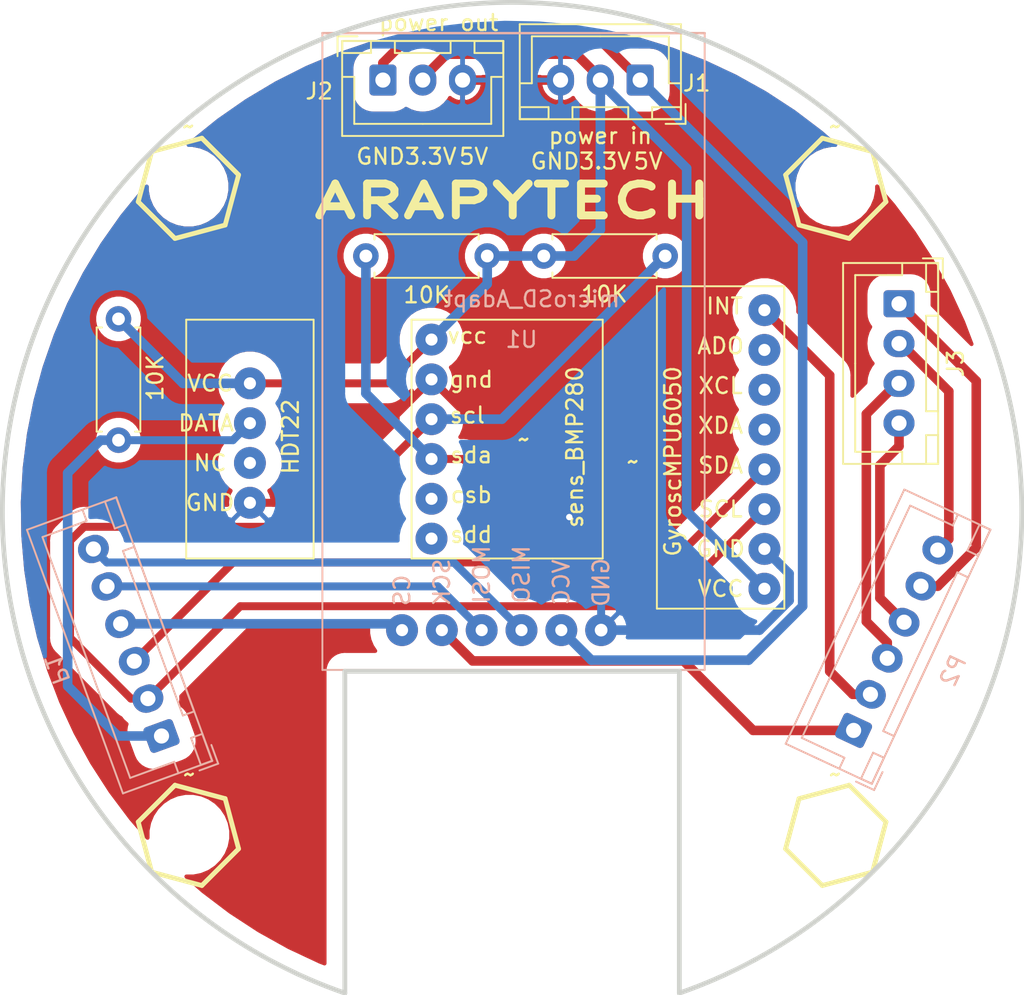
<source format=kicad_pcb>
(kicad_pcb (version 20171130) (host pcbnew "(5.1.2)-2")

  (general
    (thickness 1.6)
    (drawings 39)
    (tracks 103)
    (zones 0)
    (modules 16)
    (nets 16)
  )

  (page A4)
  (layers
    (0 F.Cu signal)
    (31 B.Cu signal)
    (32 B.Adhes user)
    (33 F.Adhes user)
    (34 B.Paste user)
    (35 F.Paste user)
    (36 B.SilkS user)
    (37 F.SilkS user)
    (38 B.Mask user)
    (39 F.Mask user)
    (40 Dwgs.User user)
    (41 Cmts.User user)
    (42 Eco1.User user)
    (43 Eco2.User user)
    (44 Edge.Cuts user)
    (45 Margin user)
    (46 B.CrtYd user)
    (47 F.CrtYd user)
    (48 B.Fab user)
    (49 F.Fab user)
  )

  (setup
    (last_trace_width 0.5)
    (user_trace_width 0.6)
    (user_trace_width 0.7)
    (user_trace_width 0.8)
    (trace_clearance 0.25)
    (zone_clearance 1)
    (zone_45_only no)
    (trace_min 0.5)
    (via_size 0.8)
    (via_drill 0.4)
    (via_min_size 0.4)
    (via_min_drill 0.3)
    (uvia_size 0.3)
    (uvia_drill 0.1)
    (uvias_allowed no)
    (uvia_min_size 0.2)
    (uvia_min_drill 0.1)
    (edge_width 0.05)
    (segment_width 0.2)
    (pcb_text_width 0.3)
    (pcb_text_size 1.5 1.5)
    (mod_edge_width 0.12)
    (mod_text_size 1 1)
    (mod_text_width 0.15)
    (pad_size 3 3)
    (pad_drill 3)
    (pad_to_mask_clearance 0.051)
    (solder_mask_min_width 0.25)
    (aux_axis_origin 0 0)
    (visible_elements 7FFFFFFF)
    (pcbplotparams
      (layerselection 0x010f0_ffffffff)
      (usegerberextensions false)
      (usegerberattributes false)
      (usegerberadvancedattributes false)
      (creategerberjobfile false)
      (excludeedgelayer true)
      (linewidth 0.100000)
      (plotframeref false)
      (viasonmask false)
      (mode 1)
      (useauxorigin false)
      (hpglpennumber 1)
      (hpglpenspeed 20)
      (hpglpendiameter 15.000000)
      (psnegative false)
      (psa4output false)
      (plotreference true)
      (plotvalue true)
      (plotinvisibletext false)
      (padsonsilk false)
      (subtractmaskfromsilk true)
      (outputformat 1)
      (mirror false)
      (drillshape 0)
      (scaleselection 1)
      (outputdirectory "gerbers/"))
  )

  (net 0 "")
  (net 1 TEMP_SENS)
  (net 2 SCL)
  (net 3 SDA)
  (net 4 CS)
  (net 5 MOSI)
  (net 6 MISO)
  (net 7 DGND)
  (net 8 3.3V)
  (net 9 5V)
  (net 10 Dig1)
  (net 11 INT_GIROSC)
  (net 12 SCK)
  (net 13 PWM)
  (net 14 RESC)
  (net 15 TRANS)

  (net_class Default "Esta es la clase de red por defecto."
    (clearance 0.25)
    (trace_width 0.5)
    (via_dia 0.8)
    (via_drill 0.4)
    (uvia_dia 0.3)
    (uvia_drill 0.1)
    (diff_pair_width 0.5)
    (diff_pair_gap 0.5)
    (add_net 3.3V)
    (add_net 5V)
    (add_net CS)
    (add_net DGND)
    (add_net Dig1)
    (add_net INT_GIROSC)
    (add_net MISO)
    (add_net MOSI)
    (add_net PWM)
    (add_net RESC)
    (add_net SCK)
    (add_net SCL)
    (add_net SDA)
    (add_net TEMP_SENS)
    (add_net TRANS)
  )

  (module Connector_Wire:SolderWirePad_1x01_Drill2mm (layer F.Cu) (tedit 5F09C8AE) (tstamp 5F0A2899)
    (at 85.2 75.4)
    (descr "Wire solder connection")
    (tags connector)
    (attr virtual)
    (fp_text reference ~ (at 0 -3.81) (layer F.SilkS)
      (effects (font (size 1 1) (thickness 0.15)))
    )
    (fp_text value ~ (at 0 3.81) (layer F.Fab)
      (effects (font (size 1 1) (thickness 0.15)))
    )
    (fp_line (start 2.75 2.75) (end -2.75 2.75) (layer F.CrtYd) (width 0.05))
    (fp_line (start 2.75 2.75) (end 2.75 -2.75) (layer F.CrtYd) (width 0.05))
    (fp_line (start -2.75 -2.75) (end -2.75 2.75) (layer F.CrtYd) (width 0.05))
    (fp_line (start -2.75 -2.75) (end 2.75 -2.75) (layer F.CrtYd) (width 0.05))
    (fp_text user ~ (at 0 0) (layer F.Fab)
      (effects (font (size 1 1) (thickness 0.15)))
    )
    (pad "" np_thru_hole circle (at 0 0) (size 3 3) (drill 3) (layers *.Cu *.Mask))
  )

  (module Connector_Wire:SolderWirePad_1x01_Drill2mm (layer F.Cu) (tedit 5F09C91F) (tstamp 5F0A25B0)
    (at 44.65 75.4)
    (descr "Wire solder connection")
    (tags connector)
    (attr virtual)
    (fp_text reference ~ (at 0 -3.81) (layer F.SilkS)
      (effects (font (size 1 1) (thickness 0.15)))
    )
    (fp_text value ~ (at 0 3.81) (layer F.Fab)
      (effects (font (size 1 1) (thickness 0.15)))
    )
    (fp_line (start 2.75 2.75) (end -2.75 2.75) (layer F.CrtYd) (width 0.05))
    (fp_line (start 2.75 2.75) (end 2.75 -2.75) (layer F.CrtYd) (width 0.05))
    (fp_line (start -2.75 -2.75) (end -2.75 2.75) (layer F.CrtYd) (width 0.05))
    (fp_line (start -2.75 -2.75) (end 2.75 -2.75) (layer F.CrtYd) (width 0.05))
    (fp_text user ~ (at 0 0) (layer F.Fab)
      (effects (font (size 1 1) (thickness 0.15)))
    )
    (pad "" np_thru_hole circle (at 0 0) (size 3 3) (drill 3) (layers *.Cu *.Mask))
  )

  (module Connector_Wire:SolderWirePad_1x01_Drill2mm (layer F.Cu) (tedit 5F09C92E) (tstamp 5F0A2576)
    (at 44.6 34.7)
    (descr "Wire solder connection")
    (tags connector)
    (attr virtual)
    (fp_text reference ~ (at 0 -3.81) (layer F.SilkS)
      (effects (font (size 1 1) (thickness 0.15)))
    )
    (fp_text value ~ (at 0 3.81) (layer F.Fab)
      (effects (font (size 1 1) (thickness 0.15)))
    )
    (fp_line (start 2.75 2.75) (end -2.75 2.75) (layer F.CrtYd) (width 0.05))
    (fp_line (start 2.75 2.75) (end 2.75 -2.75) (layer F.CrtYd) (width 0.05))
    (fp_line (start -2.75 -2.75) (end -2.75 2.75) (layer F.CrtYd) (width 0.05))
    (fp_line (start -2.75 -2.75) (end 2.75 -2.75) (layer F.CrtYd) (width 0.05))
    (fp_text user ~ (at 0 0) (layer F.Fab)
      (effects (font (size 1 1) (thickness 0.15)))
    )
    (pad "" np_thru_hole circle (at 0 0) (size 3 3) (drill 3) (layers *.Cu *.Mask))
  )

  (module Connector_Wire:SolderWirePad_1x01_Drill2mm (layer F.Cu) (tedit 5F09C949) (tstamp 5F0A21DD)
    (at 85.2 34.7)
    (descr "Wire solder connection")
    (tags connector)
    (attr virtual)
    (fp_text reference ~ (at 0 -3.81) (layer F.SilkS)
      (effects (font (size 1 1) (thickness 0.15)))
    )
    (fp_text value ~ (at 0 3.81) (layer F.Fab)
      (effects (font (size 1 1) (thickness 0.15)))
    )
    (fp_line (start 2.75 2.75) (end -2.75 2.75) (layer F.CrtYd) (width 0.05))
    (fp_line (start 2.75 2.75) (end 2.75 -2.75) (layer F.CrtYd) (width 0.05))
    (fp_line (start -2.75 -2.75) (end -2.75 2.75) (layer F.CrtYd) (width 0.05))
    (fp_line (start -2.75 -2.75) (end 2.75 -2.75) (layer F.CrtYd) (width 0.05))
    (fp_text user %R (at 0 0) (layer F.Fab)
      (effects (font (size 1 1) (thickness 0.15)))
    )
    (pad "" np_thru_hole circle (at 0 0) (size 3 3) (drill 3) (layers *.Cu *.Mask))
  )

  (module huellas_cansat:microSD (layer B.Cu) (tedit 5DAC8F2A) (tstamp 5DAC995E)
    (at 77 65.05 90)
    (path /5D928097)
    (fp_text reference U1 (at 20.75 -11.5) (layer B.SilkS)
      (effects (font (size 1 1) (thickness 0.15)) (justify mirror))
    )
    (fp_text value microSD_Adapt (at 23.3 -10.85) (layer B.SilkS)
      (effects (font (size 1 1) (thickness 0.15)) (justify mirror))
    )
    (fp_line (start 0 0) (end 40 0) (layer B.SilkS) (width 0.12))
    (fp_line (start 40 -24) (end 0 -24) (layer B.SilkS) (width 0.12))
    (fp_line (start 0 -24) (end 0 0) (layer B.SilkS) (width 0.12))
    (fp_text user GND (at 5.5 -6.5 270) (layer B.SilkS)
      (effects (font (size 1 1) (thickness 0.15)) (justify mirror))
    )
    (fp_text user VCC (at 5.5 -9 270) (layer B.SilkS)
      (effects (font (size 1 1) (thickness 0.15)) (justify mirror))
    )
    (fp_text user MISO (at 6 -11.5 270) (layer B.SilkS)
      (effects (font (size 1 1) (thickness 0.15)) (justify mirror))
    )
    (fp_text user MOSI (at 6 -14 270) (layer B.SilkS)
      (effects (font (size 1 1) (thickness 0.15)) (justify mirror))
    )
    (fp_text user SCK (at 5.5 -16.5 270) (layer B.SilkS)
      (effects (font (size 1 1) (thickness 0.15)) (justify mirror))
    )
    (fp_text user CS (at 5 -19 270) (layer B.SilkS)
      (effects (font (size 1 1) (thickness 0.15)) (justify mirror))
    )
    (fp_line (start 40 0) (end 40 -24) (layer B.SilkS) (width 0.15))
    (pad 1 thru_hole circle (at 2.5 -6.5 90) (size 2 2) (drill 0.8) (layers *.Cu *.Mask)
      (net 7 DGND))
    (pad 2 thru_hole circle (at 2.5 -9 90) (size 2 2) (drill 0.762) (layers *.Cu *.Mask)
      (net 9 5V))
    (pad 3 thru_hole circle (at 2.5 -11.5 90) (size 2 2) (drill 0.762) (layers *.Cu *.Mask)
      (net 6 MISO))
    (pad 4 thru_hole circle (at 2.5 -14 90) (size 2 2) (drill 0.762) (layers *.Cu *.Mask)
      (net 5 MOSI))
    (pad 5 thru_hole circle (at 2.5 -16.5 90) (size 2 2) (drill 0.762) (layers *.Cu *.Mask)
      (net 12 SCK))
    (pad 6 thru_hole circle (at 2.5 -19 90) (size 2 2) (drill 0.762) (layers *.Cu *.Mask)
      (net 4 CS))
    (model ${KISYS3DMOD}/Connector_PinSocket_2.54mm.3dshapes/PinSocket_1x06_P2.54mm_Vertical.step
      (offset (xyz 2.54 -6.5 0))
      (scale (xyz 1 1 1))
      (rotate (xyz 0 0 0))
    )
  )

  (module huellas_cansat:MPU6050 (layer F.Cu) (tedit 5DAC8D2F) (tstamp 5DAC97DF)
    (at 82 61.2 180)
    (path /5D92B283)
    (fp_text reference ~ (at 9.5 9.25 180) (layer F.SilkS)
      (effects (font (size 1 1) (thickness 0.15)))
    )
    (fp_text value GyroscMPU6050 (at 7 9.25 270) (layer F.SilkS)
      (effects (font (size 1 1) (thickness 0.15)))
    )
    (fp_line (start 0 20.25) (end 0 0) (layer F.SilkS) (width 0.12))
    (fp_text user VCC (at 4 1.25 180) (layer F.SilkS)
      (effects (font (size 1 1) (thickness 0.15)))
    )
    (fp_text user GND (at 4 3.75 180) (layer F.SilkS)
      (effects (font (size 1 1) (thickness 0.15)))
    )
    (fp_text user SCL (at 4 6.25 180) (layer F.SilkS)
      (effects (font (size 1 1) (thickness 0.15)))
    )
    (fp_text user SDA (at 4 9 180) (layer F.SilkS)
      (effects (font (size 1 1) (thickness 0.15)))
    )
    (fp_text user XDA (at 4 11.5 180) (layer F.SilkS)
      (effects (font (size 1 1) (thickness 0.15)))
    )
    (fp_text user XCL (at 4 14 180) (layer F.SilkS)
      (effects (font (size 1 1) (thickness 0.15)))
    )
    (fp_text user ADO (at 4 16.5 180) (layer F.SilkS)
      (effects (font (size 1 1) (thickness 0.15)))
    )
    (fp_text user INT (at 3.75 19 180) (layer F.SilkS)
      (effects (font (size 1 1) (thickness 0.15)))
    )
    (fp_line (start 0 0) (end 8 0) (layer F.SilkS) (width 0.12))
    (fp_line (start 8 0) (end 8 20.25) (layer F.SilkS) (width 0.12))
    (fp_line (start 8 20.25) (end 0 20.25) (layer F.SilkS) (width 0.12))
    (pad 1 thru_hole circle (at 1.25 1.25 180) (size 2 2) (drill 0.762) (layers *.Cu *.Mask)
      (net 8 3.3V))
    (pad 2 thru_hole circle (at 1.25 3.75 180) (size 2 2) (drill 0.762) (layers *.Cu *.Mask)
      (net 7 DGND))
    (pad 3 thru_hole circle (at 1.25 6.25 180) (size 2 2) (drill 0.762) (layers *.Cu *.Mask)
      (net 2 SCL))
    (pad 4 thru_hole circle (at 1.25 8.75 180) (size 2 2) (drill 0.762) (layers *.Cu *.Mask)
      (net 3 SDA))
    (pad 5 thru_hole circle (at 1.25 11.25 180) (size 2 2) (drill 0.762) (layers *.Cu *.Mask))
    (pad 6 thru_hole circle (at 1.25 13.75 180) (size 2 2) (drill 0.762) (layers *.Cu *.Mask))
    (pad 7 thru_hole circle (at 1.25 16.25 180) (size 2 2) (drill 0.762) (layers *.Cu *.Mask))
    (pad 8 thru_hole circle (at 1.25 18.75 180) (size 2 2) (drill 0.762) (layers *.Cu *.Mask)
      (net 11 INT_GIROSC))
    (model ${KISYS3DMOD}/Connector_PinSocket_2.54mm.3dshapes/PinSocket_1x08_P2.54mm_Vertical.step
      (offset (xyz 1.25 -1.2 0))
      (scale (xyz 1 1 1))
      (rotate (xyz 0 0 0))
    )
    (model D:/Documentos/Fiuna/arapy/Cansat/ensamblaje/acelerometro/GY521.STEP
      (offset (xyz -2.5 -9.754 15.5))
      (scale (xyz 1 1 1))
      (rotate (xyz 0 -180 90))
    )
  )

  (module huellas_cansat:BMP280 (layer B.Cu) (tedit 5DAC8B9D) (tstamp 5D928028)
    (at 70.6 43.05 180)
    (path /5D929117)
    (fp_text reference ~ (at 4.95 -7.5 180) (layer F.SilkS)
      (effects (font (size 1 1) (thickness 0.15)))
    )
    (fp_text value sens_BMP280 (at 1.75 -8 90) (layer F.SilkS)
      (effects (font (size 1 1) (thickness 0.15)))
    )
    (fp_line (start 0 -15) (end 0 0) (layer F.SilkS) (width 0.12))
    (fp_line (start 0 0) (end 12 0) (layer F.SilkS) (width 0.12))
    (fp_line (start 12 0) (end 12 -15) (layer F.SilkS) (width 0.12))
    (fp_line (start 12 -15) (end 0 -15) (layer F.SilkS) (width 0.12))
    (fp_text user vcc (at 8.5 -1) (layer F.SilkS)
      (effects (font (size 1 1) (thickness 0.15)))
    )
    (fp_text user gnd (at 8.25 -3.75) (layer F.SilkS)
      (effects (font (size 1 1) (thickness 0.15)))
    )
    (fp_text user scl (at 8.5 -6) (layer F.SilkS)
      (effects (font (size 1 1) (thickness 0.15)))
    )
    (fp_text user sda (at 8.25 -8.5) (layer F.SilkS)
      (effects (font (size 1 1) (thickness 0.15)))
    )
    (fp_text user csb (at 8.25 -11) (layer F.SilkS)
      (effects (font (size 1 1) (thickness 0.15)))
    )
    (fp_text user sdd (at 8.25 -13.5) (layer F.SilkS)
      (effects (font (size 1 1) (thickness 0.15)))
    )
    (pad 1 thru_hole circle (at 10.75 -13.75 90) (size 2 2) (drill 0.762) (layers *.Cu *.Mask))
    (pad 2 thru_hole circle (at 10.75 -11.25 90) (size 2 2) (drill 0.762) (layers *.Cu *.Mask))
    (pad 3 thru_hole circle (at 10.75 -8.75 90) (size 2 2) (drill 0.762) (layers *.Cu *.Mask)
      (net 3 SDA))
    (pad 4 thru_hole circle (at 10.75 -6.25 90) (size 2 2) (drill 0.762) (layers *.Cu *.Mask)
      (net 2 SCL))
    (pad 5 thru_hole circle (at 10.75 -3.75 90) (size 2 2) (drill 0.762) (layers *.Cu *.Mask)
      (net 7 DGND))
    (pad 6 thru_hole circle (at 10.75 -1.25 90) (size 2 2) (drill 0.762) (layers *.Cu *.Mask)
      (net 8 3.3V))
    (model ${KISYS3DMOD}/Connector_PinSocket_2.54mm.3dshapes/PinSocket_1x06_P2.54mm_Vertical.step
      (offset (xyz 10.54 -1.2 -1.65))
      (scale (xyz 1 1 1))
      (rotate (xyz 0 -180 0))
    )
    (model D:/Documentos/Fiuna/arapy/Cansat/ensamblaje/bmp280_module.stp
      (offset (xyz 10.5 -11 -36))
      (scale (xyz 1 1 1))
      (rotate (xyz 90 0 0))
    )
  )

  (module huellas_cansat:DHT22 (layer F.Cu) (tedit 5DAC8C62) (tstamp 5D928B8E)
    (at 44.45 43.05)
    (path /5D92C60D)
    (fp_text reference HDT22 (at 6.55 7.35 90) (layer F.SilkS)
      (effects (font (size 1 1) (thickness 0.15)))
    )
    (fp_text value Sens_DHT22 (at 9 6 270) (layer F.Fab)
      (effects (font (size 1 1) (thickness 0.15)))
    )
    (fp_line (start 0 0) (end 8 0) (layer F.SilkS) (width 0.12))
    (fp_line (start 8 0) (end 8 15) (layer F.SilkS) (width 0.12))
    (fp_line (start 8 15) (end 0 15) (layer F.SilkS) (width 0.12))
    (fp_line (start 0 15) (end 0 0) (layer F.SilkS) (width 0.12))
    (fp_text user VCC (at 1.5 4) (layer F.SilkS)
      (effects (font (size 1 1) (thickness 0.15)))
    )
    (fp_text user DATA (at 1.25 6.5) (layer F.SilkS)
      (effects (font (size 1 1) (thickness 0.15)))
    )
    (fp_text user NC (at 1.5 9) (layer F.SilkS)
      (effects (font (size 1 1) (thickness 0.15)))
    )
    (fp_text user GND (at 1.5 11.5) (layer F.SilkS)
      (effects (font (size 1 1) (thickness 0.15)))
    )
    (pad 1 thru_hole circle (at 4 4) (size 2 2) (drill 0.762) (layers *.Cu *.Mask)
      (net 8 3.3V))
    (pad 2 thru_hole circle (at 4 6.5) (size 2 2) (drill 0.762) (layers *.Cu *.Mask)
      (net 1 TEMP_SENS))
    (pad 3 thru_hole circle (at 4 9) (size 2 2) (drill 0.762) (layers *.Cu *.Mask))
    (pad 4 thru_hole circle (at 4 11.5) (size 2 2) (drill 0.762) (layers *.Cu *.Mask)
      (net 7 DGND))
    (model ${KISYS3DMOD}/Connector_PinSocket_2.54mm.3dshapes/PinSocket_1x04_P2.54mm_Vertical.step
      (offset (xyz 4 -4 0))
      (scale (xyz 1 1 1))
      (rotate (xyz 0 0 0))
    )
    (model "D:/Documentos/Fiuna/arapy/Cansat/ensamblaje/dht 21/Adsong DHT21.STEP"
      (offset (xyz 5.5 -7.5 15))
      (scale (xyz 0.4 0.3 0.3))
      (rotate (xyz -180 0 90))
    )
  )

  (module Connector_JST:JST_XH_B6B-XH-A_1x06_P2.50mm_Vertical (layer B.Cu) (tedit 5C28146C) (tstamp 5DAD4092)
    (at 86.35 68.85 65)
    (descr "JST XH series connector, B6B-XH-A (http://www.jst-mfg.com/product/pdf/eng/eXH.pdf), generated with kicad-footprint-generator")
    (tags "connector JST XH vertical")
    (path /5DAD57FB)
    (fp_text reference P2 (at 6.040018 4.079605 245) (layer B.SilkS)
      (effects (font (size 1 1) (thickness 0.15)) (justify mirror))
    )
    (fp_text value "Conector Señales 2" (at 6.384095 -5.238877 245) (layer B.Fab)
      (effects (font (size 1 1) (thickness 0.15)))
    )
    (fp_text user %R (at 6.25 -2.7 245) (layer B.Fab)
      (effects (font (size 1 1) (thickness 0.15)) (justify mirror))
    )
    (fp_line (start -2.85 2.75) (end -2.85 1.5) (layer B.SilkS) (width 0.12))
    (fp_line (start -1.6 2.75) (end -2.85 2.75) (layer B.SilkS) (width 0.12))
    (fp_line (start 14.3 -2.75) (end 6.25 -2.75) (layer B.SilkS) (width 0.12))
    (fp_line (start 14.3 0.2) (end 14.3 -2.75) (layer B.SilkS) (width 0.12))
    (fp_line (start 15.05 0.2) (end 14.3 0.2) (layer B.SilkS) (width 0.12))
    (fp_line (start -1.8 -2.75) (end 6.25 -2.75) (layer B.SilkS) (width 0.12))
    (fp_line (start -1.8 0.2) (end -1.8 -2.75) (layer B.SilkS) (width 0.12))
    (fp_line (start -2.55 0.2) (end -1.8 0.2) (layer B.SilkS) (width 0.12))
    (fp_line (start 15.05 2.45) (end 13.25 2.45) (layer B.SilkS) (width 0.12))
    (fp_line (start 15.05 1.7) (end 15.05 2.45) (layer B.SilkS) (width 0.12))
    (fp_line (start 13.25 1.7) (end 15.05 1.7) (layer B.SilkS) (width 0.12))
    (fp_line (start 13.25 2.45) (end 13.25 1.7) (layer B.SilkS) (width 0.12))
    (fp_line (start -0.75 2.45) (end -2.55 2.45) (layer B.SilkS) (width 0.12))
    (fp_line (start -0.75 1.7) (end -0.75 2.45) (layer B.SilkS) (width 0.12))
    (fp_line (start -2.55 1.7) (end -0.75 1.7) (layer B.SilkS) (width 0.12))
    (fp_line (start -2.55 2.45) (end -2.55 1.7) (layer B.SilkS) (width 0.12))
    (fp_line (start 11.75 2.45) (end 0.75 2.45) (layer B.SilkS) (width 0.12))
    (fp_line (start 11.75 1.7) (end 11.75 2.45) (layer B.SilkS) (width 0.12))
    (fp_line (start 0.75 1.7) (end 11.75 1.7) (layer B.SilkS) (width 0.12))
    (fp_line (start 0.75 2.45) (end 0.75 1.7) (layer B.SilkS) (width 0.12))
    (fp_line (start 0 1.35) (end 0.625 2.35) (layer B.Fab) (width 0.1))
    (fp_line (start -0.625 2.35) (end 0 1.35) (layer B.Fab) (width 0.1))
    (fp_line (start 15.45 2.85) (end -2.95 2.85) (layer B.CrtYd) (width 0.05))
    (fp_line (start 15.45 -3.9) (end 15.45 2.85) (layer B.CrtYd) (width 0.05))
    (fp_line (start -2.95 -3.9) (end 15.45 -3.9) (layer B.CrtYd) (width 0.05))
    (fp_line (start -2.95 2.85) (end -2.95 -3.9) (layer B.CrtYd) (width 0.05))
    (fp_line (start 15.06 2.46) (end -2.56 2.46) (layer B.SilkS) (width 0.12))
    (fp_line (start 15.06 -3.51) (end 15.06 2.46) (layer B.SilkS) (width 0.12))
    (fp_line (start -2.56 -3.51) (end 15.06 -3.51) (layer B.SilkS) (width 0.12))
    (fp_line (start -2.56 2.46) (end -2.56 -3.51) (layer B.SilkS) (width 0.12))
    (fp_line (start 14.95 2.35) (end -2.45 2.35) (layer B.Fab) (width 0.1))
    (fp_line (start 14.95 -3.4) (end 14.95 2.35) (layer B.Fab) (width 0.1))
    (fp_line (start -2.45 -3.4) (end 14.95 -3.4) (layer B.Fab) (width 0.1))
    (fp_line (start -2.45 2.35) (end -2.45 -3.4) (layer B.Fab) (width 0.1))
    (pad 6 thru_hole oval (at 12.5 0 65) (size 1.7 1.95) (drill 0.95) (layers *.Cu *.Mask)
      (net 14 RESC))
    (pad 5 thru_hole oval (at 10 0 65) (size 1.7 1.95) (drill 0.95) (layers *.Cu *.Mask)
      (net 15 TRANS))
    (pad 4 thru_hole oval (at 7.5 0 65) (size 1.7 1.95) (drill 0.95) (layers *.Cu *.Mask)
      (net 13 PWM))
    (pad 3 thru_hole oval (at 5 0 65) (size 1.7 1.95) (drill 0.95) (layers *.Cu *.Mask)
      (net 10 Dig1))
    (pad 2 thru_hole oval (at 2.5 0 65) (size 1.7 1.95) (drill 0.95) (layers *.Cu *.Mask)
      (net 11 INT_GIROSC))
    (pad 1 thru_hole roundrect (at 0 0 65) (size 1.7 1.95) (drill 0.95) (layers *.Cu *.Mask) (roundrect_rratio 0.147059)
      (net 12 SCK))
    (model ${KISYS3DMOD}/Connector_JST.3dshapes/JST_XH_B6B-XH-A_1x06_P2.50mm_Vertical.wrl
      (at (xyz 0 0 0))
      (scale (xyz 1 1 1))
      (rotate (xyz 0 0 0))
    )
  )

  (module Connector_JST:JST_XH_B6B-XH-A_1x06_P2.50mm_Vertical (layer B.Cu) (tedit 5C28146C) (tstamp 5DAD4065)
    (at 42.9 69.2 110)
    (descr "JST XH series connector, B6B-XH-A (http://www.jst-mfg.com/product/pdf/eng/eXH.pdf), generated with kicad-footprint-generator")
    (tags "connector JST XH vertical")
    (path /5DAD57FA)
    (fp_text reference P1 (at 6.204042 -4.765487 290) (layer B.SilkS)
      (effects (font (size 1 1) (thickness 0.15)) (justify mirror))
    )
    (fp_text value "Conector Señales 1" (at 4.283548 3.581022 290) (layer B.Fab)
      (effects (font (size 1 1) (thickness 0.15)))
    )
    (fp_text user %R (at 6.25 -2.7 290) (layer B.Fab)
      (effects (font (size 1 1) (thickness 0.15)) (justify mirror))
    )
    (fp_line (start -2.85 2.75) (end -2.85 1.5) (layer B.SilkS) (width 0.12))
    (fp_line (start -1.6 2.75) (end -2.85 2.75) (layer B.SilkS) (width 0.12))
    (fp_line (start 14.3 -2.75) (end 6.25 -2.75) (layer B.SilkS) (width 0.12))
    (fp_line (start 14.3 0.2) (end 14.3 -2.75) (layer B.SilkS) (width 0.12))
    (fp_line (start 15.05 0.2) (end 14.3 0.2) (layer B.SilkS) (width 0.12))
    (fp_line (start -1.8 -2.75) (end 6.25 -2.75) (layer B.SilkS) (width 0.12))
    (fp_line (start -1.8 0.2) (end -1.8 -2.75) (layer B.SilkS) (width 0.12))
    (fp_line (start -2.55 0.2) (end -1.8 0.2) (layer B.SilkS) (width 0.12))
    (fp_line (start 15.05 2.45) (end 13.25 2.45) (layer B.SilkS) (width 0.12))
    (fp_line (start 15.05 1.7) (end 15.05 2.45) (layer B.SilkS) (width 0.12))
    (fp_line (start 13.25 1.7) (end 15.05 1.7) (layer B.SilkS) (width 0.12))
    (fp_line (start 13.25 2.45) (end 13.25 1.7) (layer B.SilkS) (width 0.12))
    (fp_line (start -0.75 2.45) (end -2.55 2.45) (layer B.SilkS) (width 0.12))
    (fp_line (start -0.75 1.7) (end -0.75 2.45) (layer B.SilkS) (width 0.12))
    (fp_line (start -2.55 1.7) (end -0.75 1.7) (layer B.SilkS) (width 0.12))
    (fp_line (start -2.55 2.45) (end -2.55 1.7) (layer B.SilkS) (width 0.12))
    (fp_line (start 11.75 2.45) (end 0.75 2.45) (layer B.SilkS) (width 0.12))
    (fp_line (start 11.75 1.7) (end 11.75 2.45) (layer B.SilkS) (width 0.12))
    (fp_line (start 0.75 1.7) (end 11.75 1.7) (layer B.SilkS) (width 0.12))
    (fp_line (start 0.75 2.45) (end 0.75 1.7) (layer B.SilkS) (width 0.12))
    (fp_line (start 0 1.35) (end 0.625 2.35) (layer B.Fab) (width 0.1))
    (fp_line (start -0.625 2.35) (end 0 1.35) (layer B.Fab) (width 0.1))
    (fp_line (start 15.45 2.85) (end -2.95 2.85) (layer B.CrtYd) (width 0.05))
    (fp_line (start 15.45 -3.9) (end 15.45 2.85) (layer B.CrtYd) (width 0.05))
    (fp_line (start -2.95 -3.9) (end 15.45 -3.9) (layer B.CrtYd) (width 0.05))
    (fp_line (start -2.95 2.85) (end -2.95 -3.9) (layer B.CrtYd) (width 0.05))
    (fp_line (start 15.06 2.46) (end -2.56 2.46) (layer B.SilkS) (width 0.12))
    (fp_line (start 15.06 -3.51) (end 15.06 2.46) (layer B.SilkS) (width 0.12))
    (fp_line (start -2.56 -3.51) (end 15.06 -3.51) (layer B.SilkS) (width 0.12))
    (fp_line (start -2.56 2.46) (end -2.56 -3.51) (layer B.SilkS) (width 0.12))
    (fp_line (start 14.95 2.35) (end -2.45 2.35) (layer B.Fab) (width 0.1))
    (fp_line (start 14.95 -3.4) (end 14.95 2.35) (layer B.Fab) (width 0.1))
    (fp_line (start -2.45 -3.4) (end 14.95 -3.4) (layer B.Fab) (width 0.1))
    (fp_line (start -2.45 2.35) (end -2.45 -3.4) (layer B.Fab) (width 0.1))
    (pad 6 thru_hole oval (at 12.5 0 110) (size 1.7 1.95) (drill 0.95) (layers *.Cu *.Mask)
      (net 6 MISO))
    (pad 5 thru_hole oval (at 10 0 110) (size 1.7 1.95) (drill 0.95) (layers *.Cu *.Mask)
      (net 5 MOSI))
    (pad 4 thru_hole oval (at 7.5 0 110) (size 1.7 1.95) (drill 0.95) (layers *.Cu *.Mask)
      (net 4 CS))
    (pad 3 thru_hole oval (at 5 0 110) (size 1.7 1.95) (drill 0.95) (layers *.Cu *.Mask)
      (net 3 SDA))
    (pad 2 thru_hole oval (at 2.5 0 110) (size 1.7 1.95) (drill 0.95) (layers *.Cu *.Mask)
      (net 2 SCL))
    (pad 1 thru_hole roundrect (at 0 0 110) (size 1.7 1.95) (drill 0.95) (layers *.Cu *.Mask) (roundrect_rratio 0.147059)
      (net 1 TEMP_SENS))
    (model ${KISYS3DMOD}/Connector_JST.3dshapes/JST_XH_B6B-XH-A_1x06_P2.50mm_Vertical.wrl
      (at (xyz 0 0 0))
      (scale (xyz 1 1 1))
      (rotate (xyz 0 0 0))
    )
  )

  (module Connector_JST:JST_XH_B4B-XH-A_1x04_P2.50mm_Vertical (layer F.Cu) (tedit 5C28146C) (tstamp 5DAD4038)
    (at 89.2 42.05 270)
    (descr "JST XH series connector, B4B-XH-A (http://www.jst-mfg.com/product/pdf/eng/eXH.pdf), generated with kicad-footprint-generator")
    (tags "connector JST XH vertical")
    (path /5DB1805B)
    (fp_text reference J3 (at 3.75 -3.55 90) (layer F.SilkS)
      (effects (font (size 1 1) (thickness 0.15)))
    )
    (fp_text value Conn_01x04 (at 3.75 4.6 90) (layer F.Fab)
      (effects (font (size 1 1) (thickness 0.15)))
    )
    (fp_text user %R (at 3.75 2.7 90) (layer F.Fab)
      (effects (font (size 1 1) (thickness 0.15)))
    )
    (fp_line (start -2.85 -2.75) (end -2.85 -1.5) (layer F.SilkS) (width 0.12))
    (fp_line (start -1.6 -2.75) (end -2.85 -2.75) (layer F.SilkS) (width 0.12))
    (fp_line (start 9.3 2.75) (end 3.75 2.75) (layer F.SilkS) (width 0.12))
    (fp_line (start 9.3 -0.2) (end 9.3 2.75) (layer F.SilkS) (width 0.12))
    (fp_line (start 10.05 -0.2) (end 9.3 -0.2) (layer F.SilkS) (width 0.12))
    (fp_line (start -1.8 2.75) (end 3.75 2.75) (layer F.SilkS) (width 0.12))
    (fp_line (start -1.8 -0.2) (end -1.8 2.75) (layer F.SilkS) (width 0.12))
    (fp_line (start -2.55 -0.2) (end -1.8 -0.2) (layer F.SilkS) (width 0.12))
    (fp_line (start 10.05 -2.45) (end 8.25 -2.45) (layer F.SilkS) (width 0.12))
    (fp_line (start 10.05 -1.7) (end 10.05 -2.45) (layer F.SilkS) (width 0.12))
    (fp_line (start 8.25 -1.7) (end 10.05 -1.7) (layer F.SilkS) (width 0.12))
    (fp_line (start 8.25 -2.45) (end 8.25 -1.7) (layer F.SilkS) (width 0.12))
    (fp_line (start -0.75 -2.45) (end -2.55 -2.45) (layer F.SilkS) (width 0.12))
    (fp_line (start -0.75 -1.7) (end -0.75 -2.45) (layer F.SilkS) (width 0.12))
    (fp_line (start -2.55 -1.7) (end -0.75 -1.7) (layer F.SilkS) (width 0.12))
    (fp_line (start -2.55 -2.45) (end -2.55 -1.7) (layer F.SilkS) (width 0.12))
    (fp_line (start 6.75 -2.45) (end 0.75 -2.45) (layer F.SilkS) (width 0.12))
    (fp_line (start 6.75 -1.7) (end 6.75 -2.45) (layer F.SilkS) (width 0.12))
    (fp_line (start 0.75 -1.7) (end 6.75 -1.7) (layer F.SilkS) (width 0.12))
    (fp_line (start 0.75 -2.45) (end 0.75 -1.7) (layer F.SilkS) (width 0.12))
    (fp_line (start 0 -1.35) (end 0.625 -2.35) (layer F.Fab) (width 0.1))
    (fp_line (start -0.625 -2.35) (end 0 -1.35) (layer F.Fab) (width 0.1))
    (fp_line (start 10.45 -2.85) (end -2.95 -2.85) (layer F.CrtYd) (width 0.05))
    (fp_line (start 10.45 3.9) (end 10.45 -2.85) (layer F.CrtYd) (width 0.05))
    (fp_line (start -2.95 3.9) (end 10.45 3.9) (layer F.CrtYd) (width 0.05))
    (fp_line (start -2.95 -2.85) (end -2.95 3.9) (layer F.CrtYd) (width 0.05))
    (fp_line (start 10.06 -2.46) (end -2.56 -2.46) (layer F.SilkS) (width 0.12))
    (fp_line (start 10.06 3.51) (end 10.06 -2.46) (layer F.SilkS) (width 0.12))
    (fp_line (start -2.56 3.51) (end 10.06 3.51) (layer F.SilkS) (width 0.12))
    (fp_line (start -2.56 -2.46) (end -2.56 3.51) (layer F.SilkS) (width 0.12))
    (fp_line (start 9.95 -2.35) (end -2.45 -2.35) (layer F.Fab) (width 0.1))
    (fp_line (start 9.95 3.4) (end 9.95 -2.35) (layer F.Fab) (width 0.1))
    (fp_line (start -2.45 3.4) (end 9.95 3.4) (layer F.Fab) (width 0.1))
    (fp_line (start -2.45 -2.35) (end -2.45 3.4) (layer F.Fab) (width 0.1))
    (pad 4 thru_hole oval (at 7.5 0 270) (size 1.7 1.95) (drill 0.95) (layers *.Cu *.Mask)
      (net 13 PWM))
    (pad 3 thru_hole oval (at 5 0 270) (size 1.7 1.95) (drill 0.95) (layers *.Cu *.Mask)
      (net 10 Dig1))
    (pad 2 thru_hole oval (at 2.5 0 270) (size 1.7 1.95) (drill 0.95) (layers *.Cu *.Mask)
      (net 14 RESC))
    (pad 1 thru_hole roundrect (at 0 0 270) (size 1.7 1.95) (drill 0.95) (layers *.Cu *.Mask) (roundrect_rratio 0.147059)
      (net 15 TRANS))
    (model ${KISYS3DMOD}/Connector_JST.3dshapes/JST_XH_B4B-XH-A_1x04_P2.50mm_Vertical.wrl
      (at (xyz 0 0 0))
      (scale (xyz 1 1 1))
      (rotate (xyz 0 0 0))
    )
  )

  (module Connector_JST:JST_XH_B3B-XH-A_1x03_P2.50mm_Vertical (layer F.Cu) (tedit 5C28146C) (tstamp 5DAD400D)
    (at 56.8 28)
    (descr "JST XH series connector, B3B-XH-A (http://www.jst-mfg.com/product/pdf/eng/eXH.pdf), generated with kicad-footprint-generator")
    (tags "connector JST XH vertical")
    (path /5DB08F1C)
    (fp_text reference J2 (at -4 0.7) (layer F.SilkS)
      (effects (font (size 1 1) (thickness 0.15)))
    )
    (fp_text value "power out" (at 3.5 -3.6) (layer F.SilkS)
      (effects (font (size 1 1) (thickness 0.15)))
    )
    (fp_text user %R (at 2.5 2.7) (layer F.Fab)
      (effects (font (size 1 1) (thickness 0.15)))
    )
    (fp_line (start -2.85 -2.75) (end -2.85 -1.5) (layer F.SilkS) (width 0.12))
    (fp_line (start -1.6 -2.75) (end -2.85 -2.75) (layer F.SilkS) (width 0.12))
    (fp_line (start 6.8 2.75) (end 2.5 2.75) (layer F.SilkS) (width 0.12))
    (fp_line (start 6.8 -0.2) (end 6.8 2.75) (layer F.SilkS) (width 0.12))
    (fp_line (start 7.55 -0.2) (end 6.8 -0.2) (layer F.SilkS) (width 0.12))
    (fp_line (start -1.8 2.75) (end 2.5 2.75) (layer F.SilkS) (width 0.12))
    (fp_line (start -1.8 -0.2) (end -1.8 2.75) (layer F.SilkS) (width 0.12))
    (fp_line (start -2.55 -0.2) (end -1.8 -0.2) (layer F.SilkS) (width 0.12))
    (fp_line (start 7.55 -2.45) (end 5.75 -2.45) (layer F.SilkS) (width 0.12))
    (fp_line (start 7.55 -1.7) (end 7.55 -2.45) (layer F.SilkS) (width 0.12))
    (fp_line (start 5.75 -1.7) (end 7.55 -1.7) (layer F.SilkS) (width 0.12))
    (fp_line (start 5.75 -2.45) (end 5.75 -1.7) (layer F.SilkS) (width 0.12))
    (fp_line (start -0.75 -2.45) (end -2.55 -2.45) (layer F.SilkS) (width 0.12))
    (fp_line (start -0.75 -1.7) (end -0.75 -2.45) (layer F.SilkS) (width 0.12))
    (fp_line (start -2.55 -1.7) (end -0.75 -1.7) (layer F.SilkS) (width 0.12))
    (fp_line (start -2.55 -2.45) (end -2.55 -1.7) (layer F.SilkS) (width 0.12))
    (fp_line (start 4.25 -2.45) (end 0.75 -2.45) (layer F.SilkS) (width 0.12))
    (fp_line (start 4.25 -1.7) (end 4.25 -2.45) (layer F.SilkS) (width 0.12))
    (fp_line (start 0.75 -1.7) (end 4.25 -1.7) (layer F.SilkS) (width 0.12))
    (fp_line (start 0.75 -2.45) (end 0.75 -1.7) (layer F.SilkS) (width 0.12))
    (fp_line (start 0 -1.35) (end 0.625 -2.35) (layer F.Fab) (width 0.1))
    (fp_line (start -0.625 -2.35) (end 0 -1.35) (layer F.Fab) (width 0.1))
    (fp_line (start 7.95 -2.85) (end -2.95 -2.85) (layer F.CrtYd) (width 0.05))
    (fp_line (start 7.95 3.9) (end 7.95 -2.85) (layer F.CrtYd) (width 0.05))
    (fp_line (start -2.95 3.9) (end 7.95 3.9) (layer F.CrtYd) (width 0.05))
    (fp_line (start -2.95 -2.85) (end -2.95 3.9) (layer F.CrtYd) (width 0.05))
    (fp_line (start 7.56 -2.46) (end -2.56 -2.46) (layer F.SilkS) (width 0.12))
    (fp_line (start 7.56 3.51) (end 7.56 -2.46) (layer F.SilkS) (width 0.12))
    (fp_line (start -2.56 3.51) (end 7.56 3.51) (layer F.SilkS) (width 0.12))
    (fp_line (start -2.56 -2.46) (end -2.56 3.51) (layer F.SilkS) (width 0.12))
    (fp_line (start 7.45 -2.35) (end -2.45 -2.35) (layer F.Fab) (width 0.1))
    (fp_line (start 7.45 3.4) (end 7.45 -2.35) (layer F.Fab) (width 0.1))
    (fp_line (start -2.45 3.4) (end 7.45 3.4) (layer F.Fab) (width 0.1))
    (fp_line (start -2.45 -2.35) (end -2.45 3.4) (layer F.Fab) (width 0.1))
    (pad 3 thru_hole oval (at 5 0) (size 1.7 1.95) (drill 0.95) (layers *.Cu *.Mask)
      (net 7 DGND))
    (pad 2 thru_hole oval (at 2.5 0) (size 1.7 1.95) (drill 0.95) (layers *.Cu *.Mask)
      (net 8 3.3V))
    (pad 1 thru_hole roundrect (at 0 0) (size 1.7 1.95) (drill 0.95) (layers *.Cu *.Mask) (roundrect_rratio 0.147059)
      (net 9 5V))
    (model ${KISYS3DMOD}/Connector_JST.3dshapes/JST_XH_B3B-XH-A_1x03_P2.50mm_Vertical.wrl
      (at (xyz 0 0 0))
      (scale (xyz 1 1 1))
      (rotate (xyz 0 0 0))
    )
  )

  (module Connector_JST:JST_XH_B3B-XH-A_1x03_P2.50mm_Vertical (layer F.Cu) (tedit 5C28146C) (tstamp 5DAD3FE3)
    (at 72.95 28 180)
    (descr "JST XH series connector, B3B-XH-A (http://www.jst-mfg.com/product/pdf/eng/eXH.pdf), generated with kicad-footprint-generator")
    (tags "connector JST XH vertical")
    (path /5DADEBB6)
    (fp_text reference J1 (at -3.55 -0.2) (layer F.SilkS)
      (effects (font (size 1 1) (thickness 0.15)))
    )
    (fp_text value "power in" (at 2.5 -3.5) (layer F.SilkS)
      (effects (font (size 1 1) (thickness 0.15)))
    )
    (fp_text user %R (at 2.5 2.7) (layer F.Fab)
      (effects (font (size 1 1) (thickness 0.15)))
    )
    (fp_line (start -2.85 -2.75) (end -2.85 -1.5) (layer F.SilkS) (width 0.12))
    (fp_line (start -1.6 -2.75) (end -2.85 -2.75) (layer F.SilkS) (width 0.12))
    (fp_line (start 6.8 2.75) (end 2.5 2.75) (layer F.SilkS) (width 0.12))
    (fp_line (start 6.8 -0.2) (end 6.8 2.75) (layer F.SilkS) (width 0.12))
    (fp_line (start 7.55 -0.2) (end 6.8 -0.2) (layer F.SilkS) (width 0.12))
    (fp_line (start -1.8 2.75) (end 2.5 2.75) (layer F.SilkS) (width 0.12))
    (fp_line (start -1.8 -0.2) (end -1.8 2.75) (layer F.SilkS) (width 0.12))
    (fp_line (start -2.55 -0.2) (end -1.8 -0.2) (layer F.SilkS) (width 0.12))
    (fp_line (start 7.55 -2.45) (end 5.75 -2.45) (layer F.SilkS) (width 0.12))
    (fp_line (start 7.55 -1.7) (end 7.55 -2.45) (layer F.SilkS) (width 0.12))
    (fp_line (start 5.75 -1.7) (end 7.55 -1.7) (layer F.SilkS) (width 0.12))
    (fp_line (start 5.75 -2.45) (end 5.75 -1.7) (layer F.SilkS) (width 0.12))
    (fp_line (start -0.75 -2.45) (end -2.55 -2.45) (layer F.SilkS) (width 0.12))
    (fp_line (start -0.75 -1.7) (end -0.75 -2.45) (layer F.SilkS) (width 0.12))
    (fp_line (start -2.55 -1.7) (end -0.75 -1.7) (layer F.SilkS) (width 0.12))
    (fp_line (start -2.55 -2.45) (end -2.55 -1.7) (layer F.SilkS) (width 0.12))
    (fp_line (start 4.25 -2.45) (end 0.75 -2.45) (layer F.SilkS) (width 0.12))
    (fp_line (start 4.25 -1.7) (end 4.25 -2.45) (layer F.SilkS) (width 0.12))
    (fp_line (start 0.75 -1.7) (end 4.25 -1.7) (layer F.SilkS) (width 0.12))
    (fp_line (start 0.75 -2.45) (end 0.75 -1.7) (layer F.SilkS) (width 0.12))
    (fp_line (start 0 -1.35) (end 0.625 -2.35) (layer F.Fab) (width 0.1))
    (fp_line (start -0.625 -2.35) (end 0 -1.35) (layer F.Fab) (width 0.1))
    (fp_line (start 7.95 -2.85) (end -2.95 -2.85) (layer F.CrtYd) (width 0.05))
    (fp_line (start 7.95 3.9) (end 7.95 -2.85) (layer F.CrtYd) (width 0.05))
    (fp_line (start -2.95 3.9) (end 7.95 3.9) (layer F.CrtYd) (width 0.05))
    (fp_line (start -2.95 -2.85) (end -2.95 3.9) (layer F.CrtYd) (width 0.05))
    (fp_line (start 7.56 -2.46) (end -2.56 -2.46) (layer F.SilkS) (width 0.12))
    (fp_line (start 7.56 3.51) (end 7.56 -2.46) (layer F.SilkS) (width 0.12))
    (fp_line (start -2.56 3.51) (end 7.56 3.51) (layer F.SilkS) (width 0.12))
    (fp_line (start -2.56 -2.46) (end -2.56 3.51) (layer F.SilkS) (width 0.12))
    (fp_line (start 7.45 -2.35) (end -2.45 -2.35) (layer F.Fab) (width 0.1))
    (fp_line (start 7.45 3.4) (end 7.45 -2.35) (layer F.Fab) (width 0.1))
    (fp_line (start -2.45 3.4) (end 7.45 3.4) (layer F.Fab) (width 0.1))
    (fp_line (start -2.45 -2.35) (end -2.45 3.4) (layer F.Fab) (width 0.1))
    (pad 3 thru_hole oval (at 5 0 180) (size 1.7 1.95) (drill 0.95) (layers *.Cu *.Mask)
      (net 7 DGND))
    (pad 2 thru_hole oval (at 2.5 0 180) (size 1.7 1.95) (drill 0.95) (layers *.Cu *.Mask)
      (net 8 3.3V))
    (pad 1 thru_hole roundrect (at 0 0 180) (size 1.7 1.95) (drill 0.95) (layers *.Cu *.Mask) (roundrect_rratio 0.147059)
      (net 9 5V))
    (model ${KISYS3DMOD}/Connector_JST.3dshapes/JST_XH_B3B-XH-A_1x03_P2.50mm_Vertical.wrl
      (at (xyz 0 0 0))
      (scale (xyz 1 1 1))
      (rotate (xyz 0 0 0))
    )
  )

  (module Resistor_THT:R_Axial_DIN0207_L6.3mm_D2.5mm_P7.62mm_Horizontal (layer F.Cu) (tedit 5DAC8CB9) (tstamp 5D929E72)
    (at 66.9 39.05)
    (descr "Resistor, Axial_DIN0207 series, Axial, Horizontal, pin pitch=7.62mm, 0.25W = 1/4W, length*diameter=6.3*2.5mm^2, http://cdn-reichelt.de/documents/datenblatt/B400/1_4W%23YAG.pdf")
    (tags "Resistor Axial_DIN0207 series Axial Horizontal pin pitch 7.62mm 0.25W = 1/4W length 6.3mm diameter 2.5mm")
    (path /5D931D81)
    (fp_text reference 10K (at 3.8 2.4) (layer F.SilkS)
      (effects (font (size 1 1) (thickness 0.15)))
    )
    (fp_text value 10K (at 3.81 2.37) (layer F.Fab)
      (effects (font (size 1 1) (thickness 0.15)))
    )
    (fp_text user %R (at 3.81 0) (layer F.Fab)
      (effects (font (size 1 1) (thickness 0.15)))
    )
    (fp_line (start 8.67 -1.5) (end -1.05 -1.5) (layer F.CrtYd) (width 0.05))
    (fp_line (start 8.67 1.5) (end 8.67 -1.5) (layer F.CrtYd) (width 0.05))
    (fp_line (start -1.05 1.5) (end 8.67 1.5) (layer F.CrtYd) (width 0.05))
    (fp_line (start -1.05 -1.5) (end -1.05 1.5) (layer F.CrtYd) (width 0.05))
    (fp_line (start 7.08 1.37) (end 7.08 1.04) (layer F.SilkS) (width 0.12))
    (fp_line (start 0.54 1.37) (end 7.08 1.37) (layer F.SilkS) (width 0.12))
    (fp_line (start 0.54 1.04) (end 0.54 1.37) (layer F.SilkS) (width 0.12))
    (fp_line (start 7.08 -1.37) (end 7.08 -1.04) (layer F.SilkS) (width 0.12))
    (fp_line (start 0.54 -1.37) (end 7.08 -1.37) (layer F.SilkS) (width 0.12))
    (fp_line (start 0.54 -1.04) (end 0.54 -1.37) (layer F.SilkS) (width 0.12))
    (fp_line (start 7.62 0) (end 6.96 0) (layer F.Fab) (width 0.1))
    (fp_line (start 0 0) (end 0.66 0) (layer F.Fab) (width 0.1))
    (fp_line (start 6.96 -1.25) (end 0.66 -1.25) (layer F.Fab) (width 0.1))
    (fp_line (start 6.96 1.25) (end 6.96 -1.25) (layer F.Fab) (width 0.1))
    (fp_line (start 0.66 1.25) (end 6.96 1.25) (layer F.Fab) (width 0.1))
    (fp_line (start 0.66 -1.25) (end 0.66 1.25) (layer F.Fab) (width 0.1))
    (pad 2 thru_hole oval (at 7.62 0) (size 1.6 1.6) (drill 0.8) (layers B.Cu B.Mask)
      (net 2 SCL))
    (pad 1 thru_hole circle (at 0 0) (size 1.6 1.6) (drill 0.8) (layers B.Cu B.Mask)
      (net 8 3.3V))
    (model ${KISYS3DMOD}/Resistor_THT.3dshapes/R_Axial_DIN0207_L6.3mm_D2.5mm_P7.62mm_Horizontal.wrl
      (at (xyz 0 0 0))
      (scale (xyz 1 1 1))
      (rotate (xyz 0 0 0))
    )
  )

  (module Resistor_THT:R_Axial_DIN0207_L6.3mm_D2.5mm_P7.62mm_Horizontal (layer F.Cu) (tedit 5DAC8CAB) (tstamp 5D927FE9)
    (at 63.35 39.05 180)
    (descr "Resistor, Axial_DIN0207 series, Axial, Horizontal, pin pitch=7.62mm, 0.25W = 1/4W, length*diameter=6.3*2.5mm^2, http://cdn-reichelt.de/documents/datenblatt/B400/1_4W%23YAG.pdf")
    (tags "Resistor Axial_DIN0207 series Axial Horizontal pin pitch 7.62mm 0.25W = 1/4W length 6.3mm diameter 2.5mm")
    (path /5D930FB8)
    (fp_text reference 10K (at 3.8 -2.45) (layer F.SilkS)
      (effects (font (size 1 1) (thickness 0.15)))
    )
    (fp_text value 10K (at 3.81 2.37) (layer F.Fab)
      (effects (font (size 1 1) (thickness 0.15)))
    )
    (fp_line (start 0.66 -1.25) (end 0.66 1.25) (layer F.Fab) (width 0.1))
    (fp_line (start 0.66 1.25) (end 6.96 1.25) (layer F.Fab) (width 0.1))
    (fp_line (start 6.96 1.25) (end 6.96 -1.25) (layer F.Fab) (width 0.1))
    (fp_line (start 6.96 -1.25) (end 0.66 -1.25) (layer F.Fab) (width 0.1))
    (fp_line (start 0 0) (end 0.66 0) (layer F.Fab) (width 0.1))
    (fp_line (start 7.62 0) (end 6.96 0) (layer F.Fab) (width 0.1))
    (fp_line (start 0.54 -1.04) (end 0.54 -1.37) (layer F.SilkS) (width 0.12))
    (fp_line (start 0.54 -1.37) (end 7.08 -1.37) (layer F.SilkS) (width 0.12))
    (fp_line (start 7.08 -1.37) (end 7.08 -1.04) (layer F.SilkS) (width 0.12))
    (fp_line (start 0.54 1.04) (end 0.54 1.37) (layer F.SilkS) (width 0.12))
    (fp_line (start 0.54 1.37) (end 7.08 1.37) (layer F.SilkS) (width 0.12))
    (fp_line (start 7.08 1.37) (end 7.08 1.04) (layer F.SilkS) (width 0.12))
    (fp_line (start -1.05 -1.5) (end -1.05 1.5) (layer F.CrtYd) (width 0.05))
    (fp_line (start -1.05 1.5) (end 8.67 1.5) (layer F.CrtYd) (width 0.05))
    (fp_line (start 8.67 1.5) (end 8.67 -1.5) (layer F.CrtYd) (width 0.05))
    (fp_line (start 8.67 -1.5) (end -1.05 -1.5) (layer F.CrtYd) (width 0.05))
    (fp_text user %R (at 3.81 0) (layer F.Fab)
      (effects (font (size 1 1) (thickness 0.15)))
    )
    (pad 1 thru_hole circle (at 0 0 180) (size 1.6 1.6) (drill 0.8) (layers B.Cu B.Mask)
      (net 8 3.3V))
    (pad 2 thru_hole oval (at 7.62 0 180) (size 1.6 1.6) (drill 0.8) (layers B.Cu B.Mask)
      (net 3 SDA))
    (model ${KISYS3DMOD}/Resistor_THT.3dshapes/R_Axial_DIN0207_L6.3mm_D2.5mm_P7.62mm_Horizontal.wrl
      (at (xyz 0 0 0))
      (scale (xyz 1 1 1))
      (rotate (xyz 0 0 0))
    )
  )

  (module Resistor_THT:R_Axial_DIN0207_L6.3mm_D2.5mm_P7.62mm_Horizontal (layer F.Cu) (tedit 5DAC8C7C) (tstamp 5DACA0A5)
    (at 40.2 43 270)
    (descr "Resistor, Axial_DIN0207 series, Axial, Horizontal, pin pitch=7.62mm, 0.25W = 1/4W, length*diameter=6.3*2.5mm^2, http://cdn-reichelt.de/documents/datenblatt/B400/1_4W%23YAG.pdf")
    (tags "Resistor Axial_DIN0207 series Axial Horizontal pin pitch 7.62mm 0.25W = 1/4W length 6.3mm diameter 2.5mm")
    (path /5D92FA17)
    (fp_text reference 10K (at 3.7 -2.3 90) (layer F.SilkS)
      (effects (font (size 1 1) (thickness 0.15)))
    )
    (fp_text value R (at 3.81 2.37 90) (layer F.Fab)
      (effects (font (size 1 1) (thickness 0.15)))
    )
    (fp_line (start 0.66 -1.25) (end 0.66 1.25) (layer F.Fab) (width 0.1))
    (fp_line (start 0.66 1.25) (end 6.96 1.25) (layer F.Fab) (width 0.1))
    (fp_line (start 6.96 1.25) (end 6.96 -1.25) (layer F.Fab) (width 0.1))
    (fp_line (start 6.96 -1.25) (end 0.66 -1.25) (layer F.Fab) (width 0.1))
    (fp_line (start 0 0) (end 0.66 0) (layer F.Fab) (width 0.1))
    (fp_line (start 7.62 0) (end 6.96 0) (layer F.Fab) (width 0.1))
    (fp_line (start 0.54 -1.04) (end 0.54 -1.37) (layer F.SilkS) (width 0.12))
    (fp_line (start 0.54 -1.37) (end 7.08 -1.37) (layer F.SilkS) (width 0.12))
    (fp_line (start 7.08 -1.37) (end 7.08 -1.04) (layer F.SilkS) (width 0.12))
    (fp_line (start 0.54 1.04) (end 0.54 1.37) (layer F.SilkS) (width 0.12))
    (fp_line (start 0.54 1.37) (end 7.08 1.37) (layer F.SilkS) (width 0.12))
    (fp_line (start 7.08 1.37) (end 7.08 1.04) (layer F.SilkS) (width 0.12))
    (fp_line (start -1.05 -1.5) (end -1.05 1.5) (layer F.CrtYd) (width 0.05))
    (fp_line (start -1.05 1.5) (end 8.67 1.5) (layer F.CrtYd) (width 0.05))
    (fp_line (start 8.67 1.5) (end 8.67 -1.5) (layer F.CrtYd) (width 0.05))
    (fp_line (start 8.67 -1.5) (end -1.05 -1.5) (layer F.CrtYd) (width 0.05))
    (fp_text user %R (at 3.81 0 90) (layer F.Fab)
      (effects (font (size 1 1) (thickness 0.15)))
    )
    (pad 1 thru_hole circle (at 0 0 270) (size 1.6 1.6) (drill 0.8) (layers B.Cu B.Mask)
      (net 8 3.3V))
    (pad 2 thru_hole oval (at 7.62 0 270) (size 1.6 1.6) (drill 0.8) (layers B.Cu B.Mask)
      (net 1 TEMP_SENS))
    (model ${KISYS3DMOD}/Resistor_THT.3dshapes/R_Axial_DIN0207_L6.3mm_D2.5mm_P7.62mm_Horizontal.wrl
      (at (xyz 0 0 0))
      (scale (xyz 1 1 1))
      (rotate (xyz 0 0 0))
    )
  )

  (gr_text "GND\n" (at 56.65 32.8) (layer F.SilkS) (tstamp 5F0A3450)
    (effects (font (size 1 1) (thickness 0.15)))
  )
  (gr_text 5V (at 62.5 32.8) (layer F.SilkS) (tstamp 5F0A344F)
    (effects (font (size 1 1) (thickness 0.15)))
  )
  (gr_text "3.3V\n" (at 59.8 32.8) (layer F.SilkS) (tstamp 5F0A344E)
    (effects (font (size 1 1) (thickness 0.15)))
  )
  (gr_text "GND\n" (at 67.6 33.1) (layer F.SilkS)
    (effects (font (size 1 1) (thickness 0.15)))
  )
  (gr_text "3.3V\n" (at 70.75 33.1) (layer F.SilkS)
    (effects (font (size 1 1) (thickness 0.15)))
  )
  (gr_text 5V (at 73.45 33.1) (layer F.SilkS)
    (effects (font (size 1 1) (thickness 0.15)))
  )
  (gr_text ARAPYTECH (at 64.95 35.6) (layer F.SilkS)
    (effects (font (size 2 3) (thickness 0.5)))
  )
  (gr_line (start 54.410062 65.135136) (end 75.410062 65.135136) (layer Edge.Cuts) (width 0.3) (tstamp 5D935534))
  (gr_line (start 54.410062 85.348657) (end 54.410062 65.135136) (layer Edge.Cuts) (width 0.3) (tstamp 5F0A151F))
  (gr_line (start 75.410062 65.135136) (end 75.410062 85.348657) (layer Edge.Cuts) (width 0.3) (tstamp 5D93553A))
  (gr_arc (start 64.910062 55.120359) (end 75.410062 85.348657) (angle -321.6899799) (layer Edge.Cuts) (width 0.3) (tstamp 5F0A151C))
  (gr_arc (start 64.910062 55.120359) (end 75.410062 85.348657) (angle -321.7) (layer Margin) (width 0.3))
  (gr_line (start 86.075151 72.290295) (end 82.924273 73.13457) (layer F.SilkS) (width 0.3))
  (gr_line (start 42.282645 77.747776) (end 41.43837 74.596898) (layer F.SilkS) (width 0.3))
  (gr_line (start 46.895851 37.106147) (end 47.740126 33.955269) (layer F.SilkS) (width 0.3))
  (gr_line (start 43.744972 37.950423) (end 46.895851 37.106147) (layer F.SilkS) (width 0.3))
  (gr_line (start 54.410062 65.135136) (end 75.410062 65.135136) (layer Margin) (width 0.3))
  (gr_line (start 75.410062 65.135136) (end 75.410062 85.348657) (layer Margin) (width 0.3))
  (gr_line (start 54.410062 85.348657) (end 54.410062 65.135136) (layer Margin) (width 0.3))
  (gr_line (start 45.433523 78.592051) (end 42.282645 77.747776) (layer F.SilkS) (width 0.3))
  (gr_line (start 88.381754 74.596898) (end 86.075151 72.290295) (layer F.SilkS) (width 0.3))
  (gr_line (start 41.43837 74.596898) (end 43.744972 72.290295) (layer F.SilkS) (width 0.3))
  (gr_line (start 88.381754 35.64382) (end 86.075151 37.950423) (layer F.SilkS) (width 0.3))
  (gr_line (start 84.386601 78.592051) (end 87.537479 77.747776) (layer F.SilkS) (width 0.3))
  (gr_line (start 87.537479 77.747776) (end 88.381754 74.596898) (layer F.SilkS) (width 0.3))
  (gr_line (start 47.740126 33.955269) (end 45.433523 31.648666) (layer F.SilkS) (width 0.3))
  (gr_line (start 86.075151 37.950423) (end 82.924273 37.106147) (layer F.SilkS) (width 0.3))
  (gr_line (start 42.282645 32.492942) (end 41.43837 35.64382) (layer F.SilkS) (width 0.3))
  (gr_line (start 84.386601 31.648666) (end 87.537479 32.492942) (layer F.SilkS) (width 0.3))
  (gr_line (start 82.924273 37.106147) (end 82.079998 33.955269) (layer F.SilkS) (width 0.3))
  (gr_line (start 82.079998 33.955269) (end 84.386601 31.648666) (layer F.SilkS) (width 0.3))
  (gr_line (start 82.079998 76.285448) (end 84.386601 78.592051) (layer F.SilkS) (width 0.3))
  (gr_line (start 43.744972 72.290295) (end 46.895851 73.13457) (layer F.SilkS) (width 0.3))
  (gr_line (start 41.43837 35.64382) (end 43.744972 37.950423) (layer F.SilkS) (width 0.3))
  (gr_line (start 82.924273 73.13457) (end 82.079998 76.285448) (layer F.SilkS) (width 0.3))
  (gr_line (start 87.537479 32.492942) (end 88.381754 35.64382) (layer F.SilkS) (width 0.3))
  (gr_line (start 47.740126 76.285448) (end 45.433523 78.592051) (layer F.SilkS) (width 0.3))
  (gr_line (start 45.433523 31.648666) (end 42.282645 32.492942) (layer F.SilkS) (width 0.3))
  (gr_line (start 46.895851 73.13457) (end 47.740126 76.285448) (layer F.SilkS) (width 0.3))

  (segment (start 37.007276 52.681354) (end 37.007276 66.057276) (width 0.6) (layer B.Cu) (net 1))
  (segment (start 40.2 50.62) (end 39.06863 50.62) (width 0.6) (layer B.Cu) (net 1) (status 10))
  (segment (start 39.06863 50.62) (end 37.007276 52.681354) (width 0.6) (layer B.Cu) (net 1))
  (segment (start 40.15 69.2) (end 42.9 69.2) (width 0.6) (layer B.Cu) (net 1) (status 20))
  (segment (start 37.007276 66.057276) (end 40.15 69.2) (width 0.6) (layer B.Cu) (net 1))
  (segment (start 47.38 50.62) (end 48.45 49.55) (width 0.5) (layer B.Cu) (net 1) (status 20))
  (segment (start 40.2 50.62) (end 47.38 50.62) (width 0.5) (layer B.Cu) (net 1) (status 10))
  (segment (start 79.750001 55.949999) (end 80.75 54.95) (width 0.5) (layer F.Cu) (net 2) (status 20))
  (segment (start 74.650001 61.049999) (end 79.750001 55.949999) (width 0.5) (layer F.Cu) (net 2))
  (segment (start 47.845719 61.049999) (end 74.650001 61.049999) (width 0.5) (layer F.Cu) (net 2))
  (segment (start 42.04495 66.850768) (end 47.845719 61.049999) (width 0.5) (layer F.Cu) (net 2) (status 10))
  (segment (start 79.750001 53.449999) (end 80.75 52.45) (width 0.5) (layer F.Cu) (net 3) (status 20))
  (segment (start 74.899999 58.300001) (end 79.750001 53.449999) (width 0.5) (layer F.Cu) (net 3))
  (segment (start 41.189899 64.501537) (end 47.391435 58.300001) (width 0.5) (layer F.Cu) (net 3) (status 10))
  (segment (start 57.602305 62.152305) (end 58 62.55) (width 0.6) (layer B.Cu) (net 4) (status 30))
  (segment (start 40.334849 62.152305) (end 57.602305 62.152305) (width 0.6) (layer B.Cu) (net 4) (status 30))
  (segment (start 60.253074 59.803074) (end 39.479799 59.803074) (width 0.5) (layer B.Cu) (net 5) (status 20))
  (segment (start 63 62.55) (end 60.253074 59.803074) (width 0.5) (layer B.Cu) (net 5) (status 10))
  (segment (start 39.326677 58.155771) (end 38.624748 57.453842) (width 0.5) (layer B.Cu) (net 6) (status 20))
  (segment (start 39.470907 58.300001) (end 39.326677 58.155771) (width 0.5) (layer B.Cu) (net 6))
  (segment (start 61.250001 58.300001) (end 39.470907 58.300001) (width 0.5) (layer B.Cu) (net 6))
  (segment (start 65.5 62.55) (end 61.250001 58.300001) (width 0.5) (layer B.Cu) (net 6) (status 10))
  (segment (start 81.749999 58.449999) (end 80.75 57.45) (width 0.6) (layer B.Cu) (net 7) (status 20))
  (segment (start 82.300001 59.000001) (end 81.749999 58.449999) (width 0.6) (layer B.Cu) (net 7))
  (segment (start 82.300001 60.694001) (end 82.300001 59.000001) (width 0.6) (layer B.Cu) (net 7))
  (segment (start 80.444002 62.55) (end 82.300001 60.694001) (width 0.6) (layer B.Cu) (net 7))
  (segment (start 70.5 62.55) (end 80.444002 62.55) (width 0.6) (layer B.Cu) (net 7) (status 10))
  (segment (start 52.1 54.55) (end 59.85 46.8) (width 0.5) (layer F.Cu) (net 7) (status 20))
  (segment (start 48.45 54.55) (end 52.1 54.55) (width 0.5) (layer F.Cu) (net 7) (status 10))
  (via (at 68.5 55.45) (size 0.8) (drill 0.4) (layers F.Cu B.Cu) (net 7))
  (segment (start 59.85 46.8) (end 68.5 55.45) (width 0.5) (layer F.Cu) (net 7) (status 10))
  (segment (start 70.5 57.45) (end 70.5 62.55) (width 0.5) (layer B.Cu) (net 7) (status 20))
  (segment (start 68.5 55.45) (end 70.5 57.45) (width 0.5) (layer B.Cu) (net 7))
  (segment (start 70.45 27.875) (end 70.45 28) (width 0.6) (layer F.Cu) (net 8) (status 30))
  (segment (start 68.94999 26.37499) (end 70.45 27.875) (width 0.6) (layer F.Cu) (net 8) (status 20))
  (segment (start 60.80001 26.37499) (end 68.94999 26.37499) (width 0.6) (layer F.Cu) (net 8))
  (segment (start 59.3 27.875) (end 60.80001 26.37499) (width 0.6) (layer F.Cu) (net 8) (status 10))
  (segment (start 59.3 28) (end 59.3 27.875) (width 0.6) (layer F.Cu) (net 8) (status 30))
  (segment (start 66.9 39.05) (end 63.35 39.05) (width 0.6) (layer B.Cu) (net 8) (status 30))
  (segment (start 63.35 40.8) (end 63.35 39.05) (width 0.6) (layer B.Cu) (net 8) (status 20))
  (segment (start 59.85 44.3) (end 63.35 40.8) (width 0.6) (layer B.Cu) (net 8) (status 10))
  (segment (start 66.9 39.05) (end 68.8 39.05) (width 0.6) (layer B.Cu) (net 8) (status 10))
  (segment (start 70.45 37.4) (end 70.45 28) (width 0.6) (layer B.Cu) (net 8) (status 20))
  (segment (start 68.8 39.05) (end 70.45 37.4) (width 0.6) (layer B.Cu) (net 8))
  (segment (start 44.25 47.05) (end 40.2 43) (width 0.6) (layer B.Cu) (net 8) (status 20))
  (segment (start 48.45 47.05) (end 44.25 47.05) (width 0.6) (layer B.Cu) (net 8) (status 10))
  (segment (start 80.75 59.95) (end 75.870001 55.070001) (width 0.6) (layer B.Cu) (net 8) (status 10))
  (segment (start 70.45 28.125) (end 70.45 28) (width 0.6) (layer B.Cu) (net 8) (status 30))
  (segment (start 75.870001 33.545001) (end 70.45 28.125) (width 0.6) (layer B.Cu) (net 8) (status 20))
  (segment (start 75.870001 55.070001) (end 75.870001 33.545001) (width 0.6) (layer B.Cu) (net 8))
  (segment (start 57.1 47.05) (end 59.85 44.3) (width 0.5) (layer F.Cu) (net 8) (status 20))
  (segment (start 48.45 47.05) (end 57.1 47.05) (width 0.5) (layer F.Cu) (net 8) (status 10))
  (segment (start 72.051628 27.101628) (end 72.95 28) (width 0.6) (layer F.Cu) (net 9) (status 20))
  (segment (start 70.37498 25.42498) (end 72.051628 27.101628) (width 0.6) (layer F.Cu) (net 9))
  (segment (start 58.30002 25.42498) (end 70.37498 25.42498) (width 0.6) (layer F.Cu) (net 9))
  (segment (start 56.8 26.925) (end 58.30002 25.42498) (width 0.6) (layer F.Cu) (net 9))
  (segment (start 56.8 28) (end 56.8 26.925) (width 0.6) (layer F.Cu) (net 9) (status 10))
  (segment (start 73.848372 28.898372) (end 72.95 28) (width 0.6) (layer B.Cu) (net 9) (status 20))
  (segment (start 69.885126 64.435126) (end 79.76097 64.435126) (width 0.6) (layer B.Cu) (net 9))
  (segment (start 68 62.55) (end 69.885126 64.435126) (width 0.6) (layer B.Cu) (net 9) (status 10))
  (segment (start 79.76097 64.435126) (end 83.150011 61.046086) (width 0.6) (layer B.Cu) (net 9))
  (segment (start 83.150011 61.046086) (end 83.150011 38.200011) (width 0.6) (layer B.Cu) (net 9))
  (segment (start 83.150011 38.200011) (end 73.848372 28.898372) (width 0.6) (layer B.Cu) (net 9))
  (segment (start 89.075 47.05) (end 89.2 47.05) (width 0.6) (layer F.Cu) (net 10) (status 30))
  (segment (start 87.14999 48.97501) (end 89.075 47.05) (width 0.6) (layer F.Cu) (net 10) (status 20))
  (segment (start 87.14999 62.012681) (end 87.14999 48.97501) (width 0.6) (layer F.Cu) (net 10))
  (segment (start 88.463091 63.325782) (end 87.14999 62.012681) (width 0.6) (layer F.Cu) (net 10))
  (segment (start 88.463091 64.318461) (end 88.463091 63.325782) (width 0.6) (layer F.Cu) (net 10) (status 10))
  (segment (start 86.301744 66.584231) (end 84.85 65.132487) (width 0.6) (layer F.Cu) (net 11))
  (segment (start 84.85 65.132487) (end 84.85 46.55) (width 0.6) (layer F.Cu) (net 11))
  (segment (start 84.85 46.55) (end 80.75 42.45) (width 0.6) (layer F.Cu) (net 11) (status 20))
  (segment (start 87.406546 66.584231) (end 86.301744 66.584231) (width 0.6) (layer F.Cu) (net 11) (status 10))
  (segment (start 80.044178 68.85) (end 75.679304 64.485126) (width 0.6) (layer F.Cu) (net 12))
  (segment (start 75.679304 64.485126) (end 62.435126 64.485126) (width 0.6) (layer F.Cu) (net 12))
  (segment (start 62.435126 64.485126) (end 60.5 62.55) (width 0.6) (layer F.Cu) (net 12) (status 20))
  (segment (start 86.35 68.85) (end 80.044178 68.85) (width 0.6) (layer F.Cu) (net 12) (status 10))
  (segment (start 64.27 49.3) (end 74.52 39.05) (width 0.6) (layer B.Cu) (net 2) (status 20))
  (segment (start 59.85 49.3) (end 64.27 49.3) (width 0.6) (layer B.Cu) (net 2) (status 10))
  (segment (start 40.981229 66.850768) (end 42.04495 66.850768) (width 0.5) (layer F.Cu) (net 2))
  (segment (start 37.157276 63.026815) (end 40.981229 66.850768) (width 0.5) (layer F.Cu) (net 2))
  (segment (start 37.157276 56.941975) (end 37.157276 63.026815) (width 0.5) (layer F.Cu) (net 2))
  (segment (start 38.038172 56.061079) (end 37.157276 56.941975) (width 0.5) (layer F.Cu) (net 2))
  (segment (start 53.088921 56.061079) (end 38.038172 56.061079) (width 0.5) (layer F.Cu) (net 2))
  (segment (start 59.85 49.3) (end 53.088921 56.061079) (width 0.5) (layer F.Cu) (net 2))
  (segment (start 55.73 47.68) (end 55.73 39.05) (width 0.6) (layer B.Cu) (net 3) (status 20))
  (segment (start 59.85 51.8) (end 55.73 47.68) (width 0.6) (layer B.Cu) (net 3) (status 10))
  (segment (start 61.849998 51.8) (end 68.349999 58.300001) (width 0.5) (layer F.Cu) (net 3))
  (segment (start 59.85 51.8) (end 61.849998 51.8) (width 0.5) (layer F.Cu) (net 3))
  (segment (start 47.391435 58.300001) (end 68.349999 58.300001) (width 0.5) (layer F.Cu) (net 3))
  (segment (start 68.349999 58.300001) (end 74.899999 58.300001) (width 0.5) (layer F.Cu) (net 3))
  (segment (start 67.95 28) (end 61.8 28) (width 0.6) (layer F.Cu) (net 7) (tstamp 5F0A1FF8) (status 30))
  (segment (start 89.519637 62.052692) (end 88 60.533055) (width 0.6) (layer F.Cu) (net 13) (status 10))
  (segment (start 89.2 51) (end 89.2 49.55) (width 0.6) (layer F.Cu) (net 13) (status 20))
  (segment (start 88 52.2) (end 89.2 51) (width 0.6) (layer F.Cu) (net 13))
  (segment (start 88 60.533055) (end 88 52.2) (width 0.6) (layer F.Cu) (net 13))
  (segment (start 89.325 44.55) (end 89.2 44.55) (width 0.6) (layer F.Cu) (net 14) (status 30))
  (segment (start 91.632728 57.521153) (end 92.327442 56.826439) (width 0.6) (layer F.Cu) (net 14) (status 10))
  (segment (start 92.327442 56.826439) (end 92.327442 47.552442) (width 0.6) (layer F.Cu) (net 14))
  (segment (start 92.327442 47.552442) (end 89.325 44.55) (width 0.6) (layer F.Cu) (net 14) (status 20))
  (segment (start 91.636237 59.786922) (end 94.05 57.373159) (width 0.6) (layer F.Cu) (net 15))
  (segment (start 90.576183 59.786922) (end 91.636237 59.786922) (width 0.6) (layer F.Cu) (net 15) (status 10))
  (segment (start 94.05 46.9) (end 89.2 42.05) (width 0.6) (layer F.Cu) (net 15) (status 20))
  (segment (start 94.05 57.373159) (end 94.05 46.9) (width 0.6) (layer F.Cu) (net 15))

  (zone (net 7) (net_name DGND) (layer F.Cu) (tstamp 5DACF35B) (hatch edge 0.508)
    (connect_pads (clearance 1))
    (min_thickness 0.254)
    (fill yes (arc_segments 32) (thermal_gap 0.3) (thermal_bridge_width 0.3))
    (polygon
      (pts
        (xy 75.4 65.15) (xy 75.45 85.3) (xy 79.1 83.8) (xy 83.65 81) (xy 87.55 77.7)
        (xy 92 72.2) (xy 94.2 68) (xy 95.6 64) (xy 96.55 59.75) (xy 96.9 55.45)
        (xy 96.35 49) (xy 95.15 44.5) (xy 93.55 40.9) (xy 91.95 37.95) (xy 90 35.3)
        (xy 87.55 32.45) (xy 84.3 29.75) (xy 81.3 27.65) (xy 73.95 24.5) (xy 70.8 23.7)
        (xy 65.3 23.1) (xy 60.55 23.45) (xy 55.4 24.55) (xy 51.75 25.9) (xy 46.25 29.05)
        (xy 43.95 30.9) (xy 41.05 33.75) (xy 37.7 38.3) (xy 34.75 44.4) (xy 33.75 48.15)
        (xy 33.15 52.25) (xy 33 55.65) (xy 33.15 58.15) (xy 33.65 61.55) (xy 34.75 65.6)
        (xy 35.65 68.05) (xy 37.25 71.05) (xy 39.7 74.65) (xy 40.55 75.75) (xy 42.9 78.3)
        (xy 46.9 81.5) (xy 51.1 83.9) (xy 54.4 85.3) (xy 54.4 65.15) (xy 75.4 65.2)
      )
    )
    (filled_polygon
      (pts
        (xy 72.941812 25.466593) (xy 74.99079 26.099094) (xy 76.990662 26.872988) (xy 78.931665 27.784493) (xy 80.804355 28.829176)
        (xy 82.599629 30.001956) (xy 84.308713 31.297109) (xy 85.196412 32.073) (xy 84.941263 32.073) (xy 84.433732 32.173954)
        (xy 83.955649 32.371983) (xy 83.525385 32.659476) (xy 83.159476 33.025385) (xy 82.871983 33.455649) (xy 82.673954 33.933732)
        (xy 82.573 34.441263) (xy 82.573 34.958737) (xy 82.673954 35.466268) (xy 82.871983 35.944351) (xy 83.159476 36.374615)
        (xy 83.525385 36.740524) (xy 83.955649 37.028017) (xy 84.433732 37.226046) (xy 84.941263 37.327) (xy 85.458737 37.327)
        (xy 85.966268 37.226046) (xy 86.444351 37.028017) (xy 86.874615 36.740524) (xy 87.240524 36.374615) (xy 87.528017 35.944351)
        (xy 87.726046 35.466268) (xy 87.827 34.958737) (xy 87.827 34.681585) (xy 88.837936 35.85091) (xy 90.123816 37.566968)
        (xy 91.286859 39.368549) (xy 92.321392 41.246864) (xy 93.222393 43.192792) (xy 93.752132 44.584049) (xy 91.307453 42.139371)
        (xy 91.307453 41.45) (xy 91.28089 41.180297) (xy 91.20222 40.920958) (xy 91.074468 40.68195) (xy 90.902542 40.472458)
        (xy 90.69305 40.300532) (xy 90.454042 40.17278) (xy 90.194703 40.09411) (xy 89.925 40.067547) (xy 88.475 40.067547)
        (xy 88.205297 40.09411) (xy 87.945958 40.17278) (xy 87.70695 40.300532) (xy 87.497458 40.472458) (xy 87.325532 40.68195)
        (xy 87.19778 40.920958) (xy 87.11911 41.180297) (xy 87.092547 41.45) (xy 87.092547 42.65) (xy 87.11911 42.919703)
        (xy 87.19778 43.179042) (xy 87.325532 43.41805) (xy 87.393849 43.501295) (xy 87.239653 43.789774) (xy 87.126606 44.16244)
        (xy 87.088435 44.55) (xy 87.126606 44.93756) (xy 87.239653 45.310226) (xy 87.423232 45.653676) (xy 87.543316 45.8)
        (xy 87.423232 45.946324) (xy 87.239653 46.289774) (xy 87.126606 46.66244) (xy 87.091878 47.01504) (xy 86.277 47.829918)
        (xy 86.277 46.62009) (xy 86.283903 46.55) (xy 86.277 46.47991) (xy 86.277 46.479902) (xy 86.256352 46.270259)
        (xy 86.174755 46.001269) (xy 86.042248 45.753366) (xy 86.023781 45.730864) (xy 85.908608 45.590525) (xy 85.908605 45.590522)
        (xy 85.863923 45.536077) (xy 85.809478 45.491395) (xy 82.877 42.558918) (xy 82.877 42.240509) (xy 82.795261 41.829577)
        (xy 82.634923 41.442488) (xy 82.402149 41.094116) (xy 82.105884 40.797851) (xy 81.757512 40.565077) (xy 81.370423 40.404739)
        (xy 80.959491 40.323) (xy 80.540509 40.323) (xy 80.129577 40.404739) (xy 79.742488 40.565077) (xy 79.394116 40.797851)
        (xy 79.097851 41.094116) (xy 78.865077 41.442488) (xy 78.704739 41.829577) (xy 78.623 42.240509) (xy 78.623 42.659491)
        (xy 78.704739 43.070423) (xy 78.865077 43.457512) (xy 79.027102 43.7) (xy 78.865077 43.942488) (xy 78.704739 44.329577)
        (xy 78.623 44.740509) (xy 78.623 45.159491) (xy 78.704739 45.570423) (xy 78.865077 45.957512) (xy 79.027102 46.2)
        (xy 78.865077 46.442488) (xy 78.704739 46.829577) (xy 78.623 47.240509) (xy 78.623 47.659491) (xy 78.704739 48.070423)
        (xy 78.865077 48.457512) (xy 79.027102 48.7) (xy 78.865077 48.942488) (xy 78.704739 49.329577) (xy 78.623 49.740509)
        (xy 78.623 50.159491) (xy 78.704739 50.570423) (xy 78.865077 50.957512) (xy 79.027102 51.2) (xy 78.865077 51.442488)
        (xy 78.704739 51.829577) (xy 78.623 52.240509) (xy 78.623 52.629627) (xy 74.329628 56.923001) (xy 68.920372 56.923001)
        (xy 62.871519 50.87415) (xy 62.828395 50.821603) (xy 62.618719 50.649527) (xy 62.379503 50.521663) (xy 62.119937 50.442925)
        (xy 61.917638 50.423) (xy 61.849998 50.416338) (xy 61.782358 50.423) (xy 61.657757 50.423) (xy 61.734923 50.307512)
        (xy 61.895261 49.920423) (xy 61.977 49.509491) (xy 61.977 49.090509) (xy 61.895261 48.679577) (xy 61.734923 48.292488)
        (xy 61.502149 47.944116) (xy 61.205884 47.647851) (xy 61.06368 47.552833) (xy 61.161653 47.379354) (xy 61.249477 47.112331)
        (xy 61.283519 46.833306) (xy 61.262473 46.553001) (xy 61.187145 46.282186) (xy 61.067253 46.044779) (xy 61.205884 45.952149)
        (xy 61.502149 45.655884) (xy 61.734923 45.307512) (xy 61.895261 44.920423) (xy 61.977 44.509491) (xy 61.977 44.090509)
        (xy 61.895261 43.679577) (xy 61.734923 43.292488) (xy 61.502149 42.944116) (xy 61.205884 42.647851) (xy 60.857512 42.415077)
        (xy 60.470423 42.254739) (xy 60.059491 42.173) (xy 59.640509 42.173) (xy 59.229577 42.254739) (xy 58.842488 42.415077)
        (xy 58.494116 42.647851) (xy 58.197851 42.944116) (xy 57.965077 43.292488) (xy 57.804739 43.679577) (xy 57.723 44.090509)
        (xy 57.723 44.479628) (xy 56.529629 45.673) (xy 50.081033 45.673) (xy 49.805884 45.397851) (xy 49.457512 45.165077)
        (xy 49.070423 45.004739) (xy 48.659491 44.923) (xy 48.240509 44.923) (xy 47.829577 45.004739) (xy 47.442488 45.165077)
        (xy 47.094116 45.397851) (xy 46.797851 45.694116) (xy 46.565077 46.042488) (xy 46.404739 46.429577) (xy 46.323 46.840509)
        (xy 46.323 47.259491) (xy 46.404739 47.670423) (xy 46.565077 48.057512) (xy 46.727102 48.3) (xy 46.565077 48.542488)
        (xy 46.404739 48.929577) (xy 46.323 49.340509) (xy 46.323 49.759491) (xy 46.404739 50.170423) (xy 46.565077 50.557512)
        (xy 46.727102 50.8) (xy 46.565077 51.042488) (xy 46.404739 51.429577) (xy 46.323 51.840509) (xy 46.323 52.259491)
        (xy 46.404739 52.670423) (xy 46.565077 53.057512) (xy 46.797851 53.405884) (xy 47.094116 53.702149) (xy 47.23632 53.797167)
        (xy 47.138347 53.970646) (xy 47.050523 54.237669) (xy 47.016481 54.516694) (xy 47.029049 54.684079) (xy 38.105811 54.684079)
        (xy 38.038171 54.677417) (xy 37.768232 54.704004) (xy 37.562385 54.766447) (xy 37.508667 54.782742) (xy 37.269451 54.910606)
        (xy 37.059775 55.082682) (xy 37.016651 55.135229) (xy 36.231422 55.920458) (xy 36.178879 55.963579) (xy 36.006803 56.173255)
        (xy 35.938016 56.301946) (xy 35.878939 56.412471) (xy 35.800201 56.672036) (xy 35.773614 56.941975) (xy 35.780276 57.009615)
        (xy 35.780277 62.959165) (xy 35.773614 63.026815) (xy 35.800201 63.296754) (xy 35.878939 63.556319) (xy 35.949842 63.688968)
        (xy 36.006804 63.795536) (xy 36.17888 64.005212) (xy 36.231422 64.048332) (xy 39.959712 67.776623) (xy 40.002832 67.829165)
        (xy 40.212508 68.001241) (xy 40.33689 68.067725) (xy 40.462842 68.235629) (xy 40.706402 68.453968) (xy 40.670676 68.555559)
        (xy 40.632374 68.823847) (xy 40.647148 69.094452) (xy 40.71443 69.356976) (xy 41.124854 70.484607) (xy 41.242059 70.72896)
        (xy 41.404684 70.945752) (xy 41.606477 71.126652) (xy 41.839685 71.264708) (xy 42.095345 71.354615) (xy 42.363633 71.392917)
        (xy 42.634238 71.378143) (xy 42.896762 71.310861) (xy 44.259316 70.814932) (xy 44.503669 70.697727) (xy 44.720461 70.535102)
        (xy 44.901361 70.333309) (xy 45.039417 70.100101) (xy 45.129324 69.844441) (xy 45.167626 69.576153) (xy 45.152852 69.305548)
        (xy 45.08557 69.043024) (xy 44.675146 67.915393) (xy 44.557941 67.67104) (xy 44.395316 67.454248) (xy 44.193523 67.273348)
        (xy 44.100854 67.218489) (xy 44.147086 66.894663) (xy 44.136801 66.706288) (xy 48.416091 62.426999) (xy 55.873 62.426999)
        (xy 55.873 62.759491) (xy 55.954739 63.170423) (xy 56.115077 63.557512) (xy 56.315947 63.858136) (xy 54.472788 63.858136)
        (xy 54.410062 63.851958) (xy 54.347336 63.858136) (xy 54.159726 63.876614) (xy 53.919011 63.949634) (xy 53.697166 64.068212)
        (xy 53.502718 64.227792) (xy 53.343138 64.42224) (xy 53.22456 64.644085) (xy 53.15154 64.8848) (xy 53.126884 65.135136)
        (xy 53.133063 65.197872) (xy 53.133062 83.485215) (xy 52.829468 83.367732) (xy 50.88846 82.456225) (xy 49.015763 81.411539)
        (xy 47.220496 80.238762) (xy 45.511419 78.943616) (xy 44.462716 78.027) (xy 44.908737 78.027) (xy 45.416268 77.926046)
        (xy 45.894351 77.728017) (xy 46.324615 77.440524) (xy 46.690524 77.074615) (xy 46.978017 76.644351) (xy 47.176046 76.166268)
        (xy 47.277 75.658737) (xy 47.277 75.141263) (xy 47.176046 74.633732) (xy 46.978017 74.155649) (xy 46.690524 73.725385)
        (xy 46.324615 73.359476) (xy 45.894351 73.071983) (xy 45.416268 72.873954) (xy 44.908737 72.773) (xy 44.391263 72.773)
        (xy 43.883732 72.873954) (xy 43.405649 73.071983) (xy 42.975385 73.359476) (xy 42.609476 73.725385) (xy 42.321983 74.155649)
        (xy 42.123954 74.633732) (xy 42.023 75.141263) (xy 42.023 75.593691) (xy 40.982194 74.389817) (xy 39.696308 72.67375)
        (xy 38.533265 70.872169) (xy 37.498732 68.993854) (xy 36.597733 67.047931) (xy 35.83468 65.043919) (xy 35.21327 62.991537)
        (xy 34.736546 60.900827) (xy 34.406821 58.781941) (xy 34.225706 56.645226) (xy 34.194083 54.501075) (xy 34.312103 52.35996)
        (xy 34.549402 50.469604) (xy 38.673 50.469604) (xy 38.673 50.770396) (xy 38.731681 51.06541) (xy 38.84679 51.343306)
        (xy 39.013901 51.593406) (xy 39.226594 51.806099) (xy 39.476694 51.97321) (xy 39.75459 52.088319) (xy 40.049604 52.147)
        (xy 40.350396 52.147) (xy 40.64541 52.088319) (xy 40.923306 51.97321) (xy 41.173406 51.806099) (xy 41.386099 51.593406)
        (xy 41.55321 51.343306) (xy 41.668319 51.06541) (xy 41.727 50.770396) (xy 41.727 50.469604) (xy 41.668319 50.17459)
        (xy 41.55321 49.896694) (xy 41.386099 49.646594) (xy 41.173406 49.433901) (xy 40.923306 49.26679) (xy 40.64541 49.151681)
        (xy 40.350396 49.093) (xy 40.049604 49.093) (xy 39.75459 49.151681) (xy 39.476694 49.26679) (xy 39.226594 49.433901)
        (xy 39.013901 49.646594) (xy 38.84679 49.896694) (xy 38.731681 50.17459) (xy 38.673 50.469604) (xy 34.549402 50.469604)
        (xy 34.579196 50.232264) (xy 34.994054 48.128409) (xy 35.554667 46.05859) (xy 36.258289 44.032941) (xy 36.764369 42.849604)
        (xy 38.673 42.849604) (xy 38.673 43.150396) (xy 38.731681 43.44541) (xy 38.84679 43.723306) (xy 39.013901 43.973406)
        (xy 39.226594 44.186099) (xy 39.476694 44.35321) (xy 39.75459 44.468319) (xy 40.049604 44.527) (xy 40.350396 44.527)
        (xy 40.64541 44.468319) (xy 40.923306 44.35321) (xy 41.173406 44.186099) (xy 41.386099 43.973406) (xy 41.55321 43.723306)
        (xy 41.668319 43.44541) (xy 41.727 43.150396) (xy 41.727 42.849604) (xy 41.668319 42.55459) (xy 41.55321 42.276694)
        (xy 41.386099 42.026594) (xy 41.173406 41.813901) (xy 40.923306 41.64679) (xy 40.64541 41.531681) (xy 40.350396 41.473)
        (xy 40.049604 41.473) (xy 39.75459 41.531681) (xy 39.476694 41.64679) (xy 39.226594 41.813901) (xy 39.013901 42.026594)
        (xy 38.84679 42.276694) (xy 38.731681 42.55459) (xy 38.673 42.849604) (xy 36.764369 42.849604) (xy 37.101504 42.061303)
        (xy 38.080198 40.153286) (xy 38.838109 38.899604) (xy 54.203 38.899604) (xy 54.203 39.200396) (xy 54.261681 39.49541)
        (xy 54.37679 39.773306) (xy 54.543901 40.023406) (xy 54.756594 40.236099) (xy 55.006694 40.40321) (xy 55.28459 40.518319)
        (xy 55.579604 40.577) (xy 55.880396 40.577) (xy 56.17541 40.518319) (xy 56.453306 40.40321) (xy 56.703406 40.236099)
        (xy 56.916099 40.023406) (xy 57.08321 39.773306) (xy 57.198319 39.49541) (xy 57.257 39.200396) (xy 57.257 38.899604)
        (xy 61.823 38.899604) (xy 61.823 39.200396) (xy 61.881681 39.49541) (xy 61.99679 39.773306) (xy 62.163901 40.023406)
        (xy 62.376594 40.236099) (xy 62.626694 40.40321) (xy 62.90459 40.518319) (xy 63.199604 40.577) (xy 63.500396 40.577)
        (xy 63.79541 40.518319) (xy 64.073306 40.40321) (xy 64.323406 40.236099) (xy 64.536099 40.023406) (xy 64.70321 39.773306)
        (xy 64.818319 39.49541) (xy 64.877 39.200396) (xy 64.877 38.899604) (xy 65.373 38.899604) (xy 65.373 39.200396)
        (xy 65.431681 39.49541) (xy 65.54679 39.773306) (xy 65.713901 40.023406) (xy 65.926594 40.236099) (xy 66.176694 40.40321)
        (xy 66.45459 40.518319) (xy 66.749604 40.577) (xy 67.050396 40.577) (xy 67.34541 40.518319) (xy 67.623306 40.40321)
        (xy 67.873406 40.236099) (xy 68.086099 40.023406) (xy 68.25321 39.773306) (xy 68.368319 39.49541) (xy 68.427 39.200396)
        (xy 68.427 38.899604) (xy 72.993 38.899604) (xy 72.993 39.200396) (xy 73.051681 39.49541) (xy 73.16679 39.773306)
        (xy 73.333901 40.023406) (xy 73.546594 40.236099) (xy 73.796694 40.40321) (xy 74.07459 40.518319) (xy 74.369604 40.577)
        (xy 74.670396 40.577) (xy 74.96541 40.518319) (xy 75.243306 40.40321) (xy 75.493406 40.236099) (xy 75.706099 40.023406)
        (xy 75.87321 39.773306) (xy 75.988319 39.49541) (xy 76.047 39.200396) (xy 76.047 38.899604) (xy 75.988319 38.60459)
        (xy 75.87321 38.326694) (xy 75.706099 38.076594) (xy 75.493406 37.863901) (xy 75.243306 37.69679) (xy 74.96541 37.581681)
        (xy 74.670396 37.523) (xy 74.369604 37.523) (xy 74.07459 37.581681) (xy 73.796694 37.69679) (xy 73.546594 37.863901)
        (xy 73.333901 38.076594) (xy 73.16679 38.326694) (xy 73.051681 38.60459) (xy 72.993 38.899604) (xy 68.427 38.899604)
        (xy 68.368319 38.60459) (xy 68.25321 38.326694) (xy 68.086099 38.076594) (xy 67.873406 37.863901) (xy 67.623306 37.69679)
        (xy 67.34541 37.581681) (xy 67.050396 37.523) (xy 66.749604 37.523) (xy 66.45459 37.581681) (xy 66.176694 37.69679)
        (xy 65.926594 37.863901) (xy 65.713901 38.076594) (xy 65.54679 38.326694) (xy 65.431681 38.60459) (xy 65.373 38.899604)
        (xy 64.877 38.899604) (xy 64.818319 38.60459) (xy 64.70321 38.326694) (xy 64.536099 38.076594) (xy 64.323406 37.863901)
        (xy 64.073306 37.69679) (xy 63.79541 37.581681) (xy 63.500396 37.523) (xy 63.199604 37.523) (xy 62.90459 37.581681)
        (xy 62.626694 37.69679) (xy 62.376594 37.863901) (xy 62.163901 38.076594) (xy 61.99679 38.326694) (xy 61.881681 38.60459)
        (xy 61.823 38.899604) (xy 57.257 38.899604) (xy 57.198319 38.60459) (xy 57.08321 38.326694) (xy 56.916099 38.076594)
        (xy 56.703406 37.863901) (xy 56.453306 37.69679) (xy 56.17541 37.581681) (xy 55.880396 37.523) (xy 55.579604 37.523)
        (xy 55.28459 37.581681) (xy 55.006694 37.69679) (xy 54.756594 37.863901) (xy 54.543901 38.076594) (xy 54.37679 38.326694)
        (xy 54.261681 38.60459) (xy 54.203 38.899604) (xy 38.838109 38.899604) (xy 39.189598 38.318197) (xy 40.424314 36.564956)
        (xy 41.778321 34.902114) (xy 41.973 34.694475) (xy 41.973 34.958737) (xy 42.073954 35.466268) (xy 42.271983 35.944351)
        (xy 42.559476 36.374615) (xy 42.925385 36.740524) (xy 43.355649 37.028017) (xy 43.833732 37.226046) (xy 44.341263 37.327)
        (xy 44.858737 37.327) (xy 45.366268 37.226046) (xy 45.844351 37.028017) (xy 46.274615 36.740524) (xy 46.640524 36.374615)
        (xy 46.928017 35.944351) (xy 47.126046 35.466268) (xy 47.227 34.958737) (xy 47.227 34.441263) (xy 47.126046 33.933732)
        (xy 46.928017 33.455649) (xy 46.640524 33.025385) (xy 46.274615 32.659476) (xy 45.844351 32.371983) (xy 45.366268 32.173954)
        (xy 44.858737 32.073) (xy 44.608705 32.073) (xy 44.817272 31.879561) (xy 46.487416 30.534571) (xy 48.247314 29.30936)
        (xy 50.08839 28.209898) (xy 52.001671 27.241544) (xy 53.977833 26.409015) (xy 55.981899 25.725019) (xy 55.840523 25.866395)
        (xy 55.786078 25.911077) (xy 55.741395 25.965523) (xy 55.741392 25.965526) (xy 55.729495 25.980023) (xy 55.670958 25.99778)
        (xy 55.43195 26.125532) (xy 55.222458 26.297458) (xy 55.050532 26.50695) (xy 54.92278 26.745958) (xy 54.84411 27.005297)
        (xy 54.817547 27.275) (xy 54.817547 28.725) (xy 54.84411 28.994703) (xy 54.92278 29.254042) (xy 55.050532 29.49305)
        (xy 55.222458 29.702542) (xy 55.43195 29.874468) (xy 55.670958 30.00222) (xy 55.930297 30.08089) (xy 56.2 30.107453)
        (xy 57.4 30.107453) (xy 57.669703 30.08089) (xy 57.929042 30.00222) (xy 58.16805 29.874468) (xy 58.251295 29.80615)
        (xy 58.539775 29.960347) (xy 58.912441 30.073394) (xy 59.3 30.111565) (xy 59.68756 30.073394) (xy 60.060226 29.960347)
        (xy 60.403676 29.776768) (xy 60.704714 29.529714) (xy 60.951768 29.228676) (xy 61.009623 29.120437) (xy 61.109661 29.199565)
        (xy 61.332563 29.313596) (xy 61.573428 29.38195) (xy 61.577549 29.382476) (xy 61.777 29.295024) (xy 61.777 28.023)
        (xy 61.823 28.023) (xy 61.823 29.295024) (xy 62.022451 29.382476) (xy 62.026572 29.38195) (xy 62.267437 29.313596)
        (xy 62.490339 29.199565) (xy 62.686712 29.044239) (xy 62.849009 28.853587) (xy 62.970993 28.634936) (xy 63.047976 28.396688)
        (xy 63.077 28.148) (xy 63.077 28.023) (xy 66.673 28.023) (xy 66.673 28.148) (xy 66.702024 28.396688)
        (xy 66.779007 28.634936) (xy 66.900991 28.853587) (xy 67.063288 29.044239) (xy 67.259661 29.199565) (xy 67.482563 29.313596)
        (xy 67.723428 29.38195) (xy 67.727549 29.382476) (xy 67.927 29.295024) (xy 67.927 28.023) (xy 66.673 28.023)
        (xy 63.077 28.023) (xy 61.823 28.023) (xy 61.777 28.023) (xy 61.757 28.023) (xy 61.757 27.977)
        (xy 61.777 27.977) (xy 61.777 27.957) (xy 61.823 27.957) (xy 61.823 27.977) (xy 63.077 27.977)
        (xy 63.077 27.852) (xy 63.071163 27.80199) (xy 66.678837 27.80199) (xy 66.673 27.852) (xy 66.673 27.977)
        (xy 67.927 27.977) (xy 67.927 27.957) (xy 67.973 27.957) (xy 67.973 27.977) (xy 67.993 27.977)
        (xy 67.993 28.023) (xy 67.973 28.023) (xy 67.973 29.295024) (xy 68.172451 29.382476) (xy 68.176572 29.38195)
        (xy 68.417437 29.313596) (xy 68.640339 29.199565) (xy 68.740377 29.120437) (xy 68.798232 29.228676) (xy 69.045286 29.529714)
        (xy 69.346324 29.776768) (xy 69.689774 29.960347) (xy 70.06244 30.073394) (xy 70.45 30.111565) (xy 70.837559 30.073394)
        (xy 71.210225 29.960347) (xy 71.498705 29.806151) (xy 71.58195 29.874468) (xy 71.820958 30.00222) (xy 72.080297 30.08089)
        (xy 72.35 30.107453) (xy 73.55 30.107453) (xy 73.819703 30.08089) (xy 74.079042 30.00222) (xy 74.31805 29.874468)
        (xy 74.527542 29.702542) (xy 74.699468 29.49305) (xy 74.82722 29.254042) (xy 74.90589 28.994703) (xy 74.932453 28.725)
        (xy 74.932453 27.275) (xy 74.90589 27.005297) (xy 74.82722 26.745958) (xy 74.699468 26.50695) (xy 74.527542 26.297458)
        (xy 74.31805 26.125532) (xy 74.079042 25.99778) (xy 73.819703 25.91911) (xy 73.55 25.892547) (xy 72.860629 25.892547)
        (xy 72.279995 25.311913)
      )
    )
    (filled_polygon
      (pts
        (xy 70.546669 62.535858) (xy 70.532527 62.55) (xy 70.546669 62.564142) (xy 70.514142 62.596669) (xy 70.5 62.582527)
        (xy 70.485858 62.596669) (xy 70.453331 62.564142) (xy 70.467473 62.55) (xy 70.453331 62.535858) (xy 70.485858 62.503331)
        (xy 70.5 62.517473) (xy 70.514142 62.503331)
      )
    )
    (filled_polygon
      (pts
        (xy 80.796669 57.435858) (xy 80.782527 57.45) (xy 80.796669 57.464142) (xy 80.764142 57.496669) (xy 80.75 57.482527)
        (xy 80.735858 57.496669) (xy 80.703331 57.464142) (xy 80.717473 57.45) (xy 80.703331 57.435858) (xy 80.735858 57.403331)
        (xy 80.75 57.417473) (xy 80.764142 57.403331)
      )
    )
    (filled_polygon
      (pts
        (xy 58.632747 47.555221) (xy 58.494116 47.647851) (xy 58.197851 47.944116) (xy 57.965077 48.292488) (xy 57.804739 48.679577)
        (xy 57.723 49.090509) (xy 57.723 49.479627) (xy 52.51855 54.684079) (xy 49.871224 54.684079) (xy 49.883519 54.583306)
        (xy 49.862473 54.303001) (xy 49.787145 54.032186) (xy 49.667253 53.794779) (xy 49.805884 53.702149) (xy 50.102149 53.405884)
        (xy 50.334923 53.057512) (xy 50.495261 52.670423) (xy 50.577 52.259491) (xy 50.577 51.840509) (xy 50.495261 51.429577)
        (xy 50.334923 51.042488) (xy 50.172898 50.8) (xy 50.334923 50.557512) (xy 50.495261 50.170423) (xy 50.577 49.759491)
        (xy 50.577 49.340509) (xy 50.495261 48.929577) (xy 50.334923 48.542488) (xy 50.257757 48.427) (xy 57.03236 48.427)
        (xy 57.1 48.433662) (xy 57.369939 48.407075) (xy 57.476484 48.374755) (xy 57.629505 48.328337) (xy 57.868721 48.200473)
        (xy 58.078397 48.028397) (xy 58.121521 47.97585) (xy 58.602347 47.495024)
      )
    )
    (filled_polygon
      (pts
        (xy 48.496669 54.535858) (xy 48.482527 54.55) (xy 48.496669 54.564142) (xy 48.464142 54.596669) (xy 48.45 54.582527)
        (xy 48.435858 54.596669) (xy 48.403331 54.564142) (xy 48.417473 54.55) (xy 48.403331 54.535858) (xy 48.435858 54.503331)
        (xy 48.45 54.517473) (xy 48.464142 54.503331)
      )
    )
    (filled_polygon
      (pts
        (xy 59.896669 46.785858) (xy 59.882527 46.8) (xy 59.896669 46.814142) (xy 59.864142 46.846669) (xy 59.85 46.832527)
        (xy 59.835858 46.846669) (xy 59.803331 46.814142) (xy 59.817473 46.8) (xy 59.803331 46.785858) (xy 59.835858 46.753331)
        (xy 59.85 46.767473) (xy 59.864142 46.753331)
      )
    )
  )
  (zone (net 7) (net_name DGND) (layer B.Cu) (tstamp 5F0A1514) (hatch edge 0.508)
    (connect_pads (clearance 1))
    (min_thickness 0.254)
    (fill yes (arc_segments 32) (thermal_gap 0.6) (thermal_bridge_width 0.3))
    (polygon
      (pts
        (xy 75.4 65.15) (xy 75.45 85.3) (xy 79.55 83.6) (xy 82.35 81.9) (xy 84.7 80.25)
        (xy 87.9 77.4) (xy 90.45 74.3) (xy 92.6 71.05) (xy 94 68.4) (xy 95.1 65.6)
        (xy 96 62.65) (xy 96.55 59.55) (xy 96.85 56.05) (xy 96.75 52.5) (xy 96.4 49.75)
        (xy 95.75 46.9) (xy 94.85 43.95) (xy 93.55 40.9) (xy 92.7 39.15) (xy 91 36.65)
        (xy 89.25 34.4) (xy 87.5 32.45) (xy 83.7 29.15) (xy 79.55 26.7) (xy 74.8 24.75)
        (xy 70.25 23.6) (xy 65.65 23.2) (xy 60.4 23.35) (xy 53.15 25.35) (xy 48.1 27.85)
        (xy 42.2 32.4) (xy 39.35 35.85) (xy 36.7 40.1) (xy 34.5 45.25) (xy 33.7 48.35)
        (xy 33.15 52) (xy 33 54.5) (xy 33.05 57.35) (xy 33.25 59.45) (xy 33.55 60.95)
        (xy 34.05 63.5) (xy 34.65 65.3) (xy 35.7 68) (xy 37.25 71.25) (xy 39.25 74.2)
        (xy 42.3 77.8) (xy 45.35 80.5) (xy 47.55 82) (xy 50.9 83.9) (xy 54.35 85.35)
        (xy 54.45 65.15)
      )
    )
    (filled_polygon
      (pts
        (xy 66.600941 24.444704) (xy 68.736644 24.637377) (xy 70.853706 24.978561) (xy 72.941812 25.466593) (xy 74.99079 26.099094)
        (xy 76.990662 26.872988) (xy 78.931665 27.784493) (xy 80.804355 28.829176) (xy 82.599629 30.001956) (xy 84.308713 31.297109)
        (xy 85.196412 32.073) (xy 84.941263 32.073) (xy 84.433732 32.173954) (xy 83.955649 32.371983) (xy 83.525385 32.659476)
        (xy 83.159476 33.025385) (xy 82.871983 33.455649) (xy 82.673954 33.933732) (xy 82.573 34.441263) (xy 82.573 34.958737)
        (xy 82.673954 35.466268) (xy 82.84338 35.875297) (xy 74.932453 27.964371) (xy 74.932453 27.275) (xy 74.90589 27.005297)
        (xy 74.82722 26.745958) (xy 74.699468 26.50695) (xy 74.527542 26.297458) (xy 74.31805 26.125532) (xy 74.079042 25.99778)
        (xy 73.819703 25.91911) (xy 73.55 25.892547) (xy 72.35 25.892547) (xy 72.080297 25.91911) (xy 71.820958 25.99778)
        (xy 71.58195 26.125532) (xy 71.498705 26.193849) (xy 71.210226 26.039653) (xy 70.83756 25.926606) (xy 70.45 25.888435)
        (xy 70.062441 25.926606) (xy 69.689775 26.039653) (xy 69.346325 26.223232) (xy 69.045286 26.470286) (xy 68.911043 26.633863)
        (xy 68.807011 26.550995) (xy 68.532243 26.409241) (xy 68.2351 26.323815) (xy 68.219388 26.321179) (xy 67.973 26.47994)
        (xy 67.973 27.977) (xy 67.993 27.977) (xy 67.993 28.023) (xy 67.973 28.023) (xy 67.973 29.52006)
        (xy 68.219388 29.678821) (xy 68.2351 29.676185) (xy 68.532243 29.590759) (xy 68.807011 29.449005) (xy 68.911043 29.366137)
        (xy 69.023001 29.502559) (xy 69.023 36.808918) (xy 68.208918 37.623) (xy 68.19819 37.623) (xy 68.128391 37.553201)
        (xy 67.812777 37.342315) (xy 67.462085 37.197053) (xy 67.089793 37.123) (xy 66.710207 37.123) (xy 66.337915 37.197053)
        (xy 65.987223 37.342315) (xy 65.671609 37.553201) (xy 65.60181 37.623) (xy 64.64819 37.623) (xy 64.578391 37.553201)
        (xy 64.262777 37.342315) (xy 63.912085 37.197053) (xy 63.539793 37.123) (xy 63.160207 37.123) (xy 62.787915 37.197053)
        (xy 62.437223 37.342315) (xy 62.121609 37.553201) (xy 61.853201 37.821609) (xy 61.642315 38.137223) (xy 61.497053 38.487915)
        (xy 61.423 38.860207) (xy 61.423 39.239793) (xy 61.497053 39.612085) (xy 61.642315 39.962777) (xy 61.853201 40.278391)
        (xy 61.853364 40.278554) (xy 59.958918 42.173) (xy 59.640509 42.173) (xy 59.229577 42.254739) (xy 58.842488 42.415077)
        (xy 58.494116 42.647851) (xy 58.197851 42.944116) (xy 57.965077 43.292488) (xy 57.804739 43.679577) (xy 57.723 44.090509)
        (xy 57.723 44.509491) (xy 57.804739 44.920423) (xy 57.965077 45.307512) (xy 58.197851 45.655884) (xy 58.399319 45.857352)
        (xy 58.264556 46.094428) (xy 58.15737 46.41729) (xy 58.11523 46.754859) (xy 58.139757 47.094163) (xy 58.230007 47.422162)
        (xy 58.382512 47.726253) (xy 58.395811 47.746156) (xy 58.197851 47.944116) (xy 58.123489 48.055407) (xy 57.157 47.088918)
        (xy 57.157 40.348742) (xy 57.339994 40.125763) (xy 57.518929 39.790999) (xy 57.629117 39.427758) (xy 57.666323 39.05)
        (xy 57.629117 38.672242) (xy 57.518929 38.309001) (xy 57.339994 37.974237) (xy 57.099187 37.680813) (xy 56.805763 37.440006)
        (xy 56.470999 37.261071) (xy 56.107758 37.150883) (xy 55.824658 37.123) (xy 55.635342 37.123) (xy 55.352242 37.150883)
        (xy 54.989001 37.261071) (xy 54.654237 37.440006) (xy 54.360813 37.680813) (xy 54.120006 37.974237) (xy 53.941071 38.309001)
        (xy 53.830883 38.672242) (xy 53.793677 39.05) (xy 53.830883 39.427758) (xy 53.941071 39.790999) (xy 54.120006 40.125763)
        (xy 54.303001 40.348743) (xy 54.303 47.609912) (xy 54.296097 47.68) (xy 54.303 47.750088) (xy 54.303 47.750097)
        (xy 54.323648 47.95974) (xy 54.405245 48.22873) (xy 54.537752 48.476633) (xy 54.555501 48.49826) (xy 54.671392 48.639474)
        (xy 54.671395 48.639477) (xy 54.716077 48.693922) (xy 54.770523 48.738605) (xy 57.723 51.691083) (xy 57.723 52.009491)
        (xy 57.804739 52.420423) (xy 57.965077 52.807512) (xy 58.127102 53.05) (xy 57.965077 53.292488) (xy 57.804739 53.679577)
        (xy 57.723 54.090509) (xy 57.723 54.509491) (xy 57.804739 54.920423) (xy 57.965077 55.307512) (xy 58.127102 55.55)
        (xy 57.965077 55.792488) (xy 57.804739 56.179577) (xy 57.723 56.590509) (xy 57.723 56.923001) (xy 40.658013 56.923001)
        (xy 40.608968 56.73164) (xy 40.440545 56.380508) (xy 40.206855 56.068982) (xy 39.91688 55.809033) (xy 39.673085 55.664709)
        (xy 47.367818 55.664709) (xy 47.44868 55.967329) (xy 47.744428 56.135444) (xy 48.06729 56.24263) (xy 48.404859 56.28477)
        (xy 48.744163 56.260243) (xy 49.072162 56.169993) (xy 49.376253 56.017488) (xy 49.45132 55.967329) (xy 49.532182 55.664709)
        (xy 48.45 54.582527) (xy 47.367818 55.664709) (xy 39.673085 55.664709) (xy 39.581764 55.610648) (xy 39.214383 55.481455)
        (xy 38.828858 55.426415) (xy 38.440003 55.447645) (xy 38.434276 55.449113) (xy 38.434276 53.272436) (xy 39.35394 52.352773)
        (xy 39.459001 52.408929) (xy 39.822242 52.519117) (xy 40.105342 52.547) (xy 40.294658 52.547) (xy 40.577758 52.519117)
        (xy 40.940999 52.408929) (xy 41.275763 52.229994) (xy 41.559667 51.997) (xy 46.323 51.997) (xy 46.323 52.259491)
        (xy 46.404739 52.670423) (xy 46.565077 53.057512) (xy 46.797851 53.405884) (xy 46.999319 53.607352) (xy 46.864556 53.844428)
        (xy 46.75737 54.16729) (xy 46.71523 54.504859) (xy 46.739757 54.844163) (xy 46.830007 55.172162) (xy 46.982512 55.476253)
        (xy 47.032671 55.55132) (xy 47.335291 55.632182) (xy 48.417473 54.55) (xy 48.403331 54.535858) (xy 48.435858 54.503331)
        (xy 48.45 54.517473) (xy 48.464142 54.503331) (xy 48.496669 54.535858) (xy 48.482527 54.55) (xy 49.564709 55.632182)
        (xy 49.867329 55.55132) (xy 50.035444 55.255572) (xy 50.14263 54.93271) (xy 50.18477 54.595141) (xy 50.160243 54.255837)
        (xy 50.069993 53.927838) (xy 49.917488 53.623747) (xy 49.904189 53.603844) (xy 50.102149 53.405884) (xy 50.334923 53.057512)
        (xy 50.495261 52.670423) (xy 50.577 52.259491) (xy 50.577 51.840509) (xy 50.495261 51.429577) (xy 50.334923 51.042488)
        (xy 50.172898 50.8) (xy 50.334923 50.557512) (xy 50.495261 50.170423) (xy 50.577 49.759491) (xy 50.577 49.340509)
        (xy 50.495261 48.929577) (xy 50.334923 48.542488) (xy 50.172898 48.3) (xy 50.334923 48.057512) (xy 50.495261 47.670423)
        (xy 50.577 47.259491) (xy 50.577 46.840509) (xy 50.495261 46.429577) (xy 50.334923 46.042488) (xy 50.102149 45.694116)
        (xy 49.805884 45.397851) (xy 49.457512 45.165077) (xy 49.070423 45.004739) (xy 48.659491 44.923) (xy 48.240509 44.923)
        (xy 47.829577 45.004739) (xy 47.442488 45.165077) (xy 47.094116 45.397851) (xy 46.868967 45.623) (xy 44.841083 45.623)
        (xy 42.127 42.908918) (xy 42.127 42.810207) (xy 42.052947 42.437915) (xy 41.907685 42.087223) (xy 41.696799 41.771609)
        (xy 41.428391 41.503201) (xy 41.112777 41.292315) (xy 40.762085 41.147053) (xy 40.389793 41.073) (xy 40.010207 41.073)
        (xy 39.637915 41.147053) (xy 39.287223 41.292315) (xy 38.971609 41.503201) (xy 38.703201 41.771609) (xy 38.492315 42.087223)
        (xy 38.347053 42.437915) (xy 38.273 42.810207) (xy 38.273 43.189793) (xy 38.347053 43.562085) (xy 38.492315 43.912777)
        (xy 38.703201 44.228391) (xy 38.971609 44.496799) (xy 39.287223 44.707685) (xy 39.637915 44.852947) (xy 40.010207 44.927)
        (xy 40.108918 44.927) (xy 43.191395 48.009478) (xy 43.236077 48.063923) (xy 43.290522 48.108605) (xy 43.290525 48.108608)
        (xy 43.400113 48.198544) (xy 43.453366 48.242248) (xy 43.701269 48.374755) (xy 43.888661 48.4316) (xy 43.970258 48.456352)
        (xy 43.994474 48.458737) (xy 44.179902 48.477) (xy 44.17991 48.477) (xy 44.25 48.483903) (xy 44.32009 48.477)
        (xy 46.608835 48.477) (xy 46.565077 48.542488) (xy 46.404739 48.929577) (xy 46.342396 49.243) (xy 41.559667 49.243)
        (xy 41.275763 49.010006) (xy 40.940999 48.831071) (xy 40.577758 48.720883) (xy 40.294658 48.693) (xy 40.105342 48.693)
        (xy 39.822242 48.720883) (xy 39.459001 48.831071) (xy 39.124237 49.010006) (xy 38.887992 49.203887) (xy 38.813104 49.211263)
        (xy 38.788888 49.213648) (xy 38.707291 49.2384) (xy 38.519899 49.295245) (xy 38.271996 49.427752) (xy 38.271994 49.427753)
        (xy 38.271995 49.427753) (xy 38.109155 49.561392) (xy 38.109152 49.561395) (xy 38.054707 49.606077) (xy 38.010025 49.660522)
        (xy 36.047799 51.622749) (xy 35.993353 51.667432) (xy 35.948671 51.721877) (xy 35.948668 51.72188) (xy 35.916652 51.760892)
        (xy 35.815028 51.884721) (xy 35.682521 52.132624) (xy 35.600924 52.401614) (xy 35.580276 52.611257) (xy 35.580276 52.611266)
        (xy 35.573373 52.681354) (xy 35.580276 52.751442) (xy 35.580277 64.203681) (xy 35.21327 62.991537) (xy 34.736546 60.900827)
        (xy 34.406821 58.781941) (xy 34.225706 56.645226) (xy 34.194083 54.501075) (xy 34.312103 52.35996) (xy 34.579196 50.232264)
        (xy 34.994054 48.128409) (xy 35.554667 46.05859) (xy 36.258289 44.032941) (xy 37.101504 42.061303) (xy 38.080198 40.153286)
        (xy 39.189598 38.318197) (xy 40.424314 36.564956) (xy 41.778321 34.902114) (xy 41.973 34.694475) (xy 41.973 34.958737)
        (xy 42.073954 35.466268) (xy 42.271983 35.944351) (xy 42.559476 36.374615) (xy 42.925385 36.740524) (xy 43.355649 37.028017)
        (xy 43.833732 37.226046) (xy 44.341263 37.327) (xy 44.858737 37.327) (xy 45.366268 37.226046) (xy 45.844351 37.028017)
        (xy 46.274615 36.740524) (xy 46.640524 36.374615) (xy 46.928017 35.944351) (xy 47.126046 35.466268) (xy 47.227 34.958737)
        (xy 47.227 34.441263) (xy 47.126046 33.933732) (xy 46.928017 33.455649) (xy 46.640524 33.025385) (xy 46.274615 32.659476)
        (xy 45.844351 32.371983) (xy 45.366268 32.173954) (xy 44.858737 32.073) (xy 44.608705 32.073) (xy 44.817272 31.879561)
        (xy 46.487416 30.534571) (xy 48.247314 29.30936) (xy 50.08839 28.209898) (xy 51.935568 27.275) (xy 54.817547 27.275)
        (xy 54.817547 28.725) (xy 54.84411 28.994703) (xy 54.92278 29.254042) (xy 55.050532 29.49305) (xy 55.222458 29.702542)
        (xy 55.43195 29.874468) (xy 55.670958 30.00222) (xy 55.930297 30.08089) (xy 56.2 30.107453) (xy 57.4 30.107453)
        (xy 57.669703 30.08089) (xy 57.929042 30.00222) (xy 58.16805 29.874468) (xy 58.251295 29.80615) (xy 58.539775 29.960347)
        (xy 58.912441 30.073394) (xy 59.3 30.111565) (xy 59.68756 30.073394) (xy 60.060226 29.960347) (xy 60.403676 29.776768)
        (xy 60.704714 29.529714) (xy 60.838957 29.366137) (xy 60.942989 29.449005) (xy 61.217757 29.590759) (xy 61.5149 29.676185)
        (xy 61.530612 29.678821) (xy 61.777 29.52006) (xy 61.777 28.023) (xy 61.823 28.023) (xy 61.823 29.52006)
        (xy 62.069388 29.678821) (xy 62.0851 29.676185) (xy 62.382243 29.590759) (xy 62.657011 29.449005) (xy 62.898844 29.25637)
        (xy 63.098449 29.020257) (xy 63.248156 28.74974) (xy 63.342211 28.455215) (xy 63.377 28.148) (xy 63.377 28.023)
        (xy 66.373 28.023) (xy 66.373 28.148) (xy 66.407789 28.455215) (xy 66.501844 28.74974) (xy 66.651551 29.020257)
        (xy 66.851156 29.25637) (xy 67.092989 29.449005) (xy 67.367757 29.590759) (xy 67.6649 29.676185) (xy 67.680612 29.678821)
        (xy 67.927 29.52006) (xy 67.927 28.023) (xy 66.373 28.023) (xy 63.377 28.023) (xy 61.823 28.023)
        (xy 61.777 28.023) (xy 61.757 28.023) (xy 61.757 27.977) (xy 61.777 27.977) (xy 61.777 26.47994)
        (xy 61.823 26.47994) (xy 61.823 27.977) (xy 63.377 27.977) (xy 63.377 27.852) (xy 66.373 27.852)
        (xy 66.373 27.977) (xy 67.927 27.977) (xy 67.927 26.47994) (xy 67.680612 26.321179) (xy 67.6649 26.323815)
        (xy 67.367757 26.409241) (xy 67.092989 26.550995) (xy 66.851156 26.74363) (xy 66.651551 26.979743) (xy 66.501844 27.25026)
        (xy 66.407789 27.544785) (xy 66.373 27.852) (xy 63.377 27.852) (xy 63.342211 27.544785) (xy 63.248156 27.25026)
        (xy 63.098449 26.979743) (xy 62.898844 26.74363) (xy 62.657011 26.550995) (xy 62.382243 26.409241) (xy 62.0851 26.323815)
        (xy 62.069388 26.321179) (xy 61.823 26.47994) (xy 61.777 26.47994) (xy 61.530612 26.321179) (xy 61.5149 26.323815)
        (xy 61.217757 26.409241) (xy 60.942989 26.550995) (xy 60.838957 26.633863) (xy 60.704714 26.470286) (xy 60.403676 26.223232)
        (xy 60.060225 26.039653) (xy 59.687559 25.926606) (xy 59.3 25.888435) (xy 58.91244 25.926606) (xy 58.539774 26.039653)
        (xy 58.251295 26.193849) (xy 58.16805 26.125532) (xy 57.929042 25.99778) (xy 57.669703 25.91911) (xy 57.4 25.892547)
        (xy 56.2 25.892547) (xy 55.930297 25.91911) (xy 55.670958 25.99778) (xy 55.43195 26.125532) (xy 55.222458 26.297458)
        (xy 55.050532 26.50695) (xy 54.92278 26.745958) (xy 54.84411 27.005297) (xy 54.817547 27.275) (xy 51.935568 27.275)
        (xy 52.001671 27.241544) (xy 53.977833 26.409015) (xy 56.007273 25.716359) (xy 58.080074 25.166959) (xy 60.186162 24.763488)
        (xy 62.315257 24.507913) (xy 64.456985 24.401479)
      )
    )
    (filled_polygon
      (pts
        (xy 74.443001 54.999913) (xy 74.436098 55.070001) (xy 74.443001 55.140089) (xy 74.443001 55.140098) (xy 74.463649 55.349741)
        (xy 74.545246 55.618731) (xy 74.677753 55.866634) (xy 74.683364 55.873471) (xy 74.811393 56.029475) (xy 74.811396 56.029478)
        (xy 74.856078 56.083923) (xy 74.910524 56.128606) (xy 78.623 59.841083) (xy 78.623 60.159491) (xy 78.704739 60.570423)
        (xy 78.865077 60.957512) (xy 79.097851 61.305884) (xy 79.394116 61.602149) (xy 79.742488 61.834923) (xy 80.129577 61.995261)
        (xy 80.173931 62.004083) (xy 79.169888 63.008126) (xy 72.167593 63.008126) (xy 72.19263 62.93271) (xy 72.23477 62.595141)
        (xy 72.210243 62.255837) (xy 72.119993 61.927838) (xy 71.967488 61.623747) (xy 71.917329 61.54868) (xy 71.614709 61.467818)
        (xy 70.532527 62.55) (xy 70.546669 62.564142) (xy 70.514142 62.596669) (xy 70.5 62.582527) (xy 70.485858 62.596669)
        (xy 70.453331 62.564142) (xy 70.467473 62.55) (xy 70.453331 62.535858) (xy 70.485858 62.503331) (xy 70.5 62.517473)
        (xy 71.582182 61.435291) (xy 71.50132 61.132671) (xy 71.205572 60.964556) (xy 70.88271 60.85737) (xy 70.545141 60.81523)
        (xy 70.205837 60.839757) (xy 69.877838 60.930007) (xy 69.573747 61.082512) (xy 69.553844 61.095811) (xy 69.355884 60.897851)
        (xy 69.007512 60.665077) (xy 68.620423 60.504739) (xy 68.209491 60.423) (xy 67.790509 60.423) (xy 67.379577 60.504739)
        (xy 66.992488 60.665077) (xy 66.75 60.827102) (xy 66.507512 60.665077) (xy 66.120423 60.504739) (xy 65.709491 60.423)
        (xy 65.320372 60.423) (xy 62.271522 57.374151) (xy 62.228398 57.321604) (xy 62.018722 57.149528) (xy 61.955832 57.115912)
        (xy 61.977 57.009491) (xy 61.977 56.590509) (xy 61.895261 56.179577) (xy 61.734923 55.792488) (xy 61.572898 55.55)
        (xy 61.734923 55.307512) (xy 61.895261 54.920423) (xy 61.977 54.509491) (xy 61.977 54.090509) (xy 61.895261 53.679577)
        (xy 61.734923 53.292488) (xy 61.572898 53.05) (xy 61.734923 52.807512) (xy 61.895261 52.420423) (xy 61.977 52.009491)
        (xy 61.977 51.590509) (xy 61.895261 51.179577) (xy 61.734923 50.792488) (xy 61.691165 50.727) (xy 64.199912 50.727)
        (xy 64.27 50.733903) (xy 64.340088 50.727) (xy 64.340098 50.727) (xy 64.549741 50.706352) (xy 64.818731 50.624755)
        (xy 65.066634 50.492248) (xy 65.283923 50.313923) (xy 65.328609 50.259473) (xy 74.443002 41.145081)
      )
    )
    (filled_polygon
      (pts
        (xy 80.796669 57.435858) (xy 80.782527 57.45) (xy 80.796669 57.464142) (xy 80.764142 57.496669) (xy 80.75 57.482527)
        (xy 80.735858 57.496669) (xy 80.703331 57.464142) (xy 80.717473 57.45) (xy 80.703331 57.435858) (xy 80.735858 57.403331)
        (xy 80.75 57.417473) (xy 80.764142 57.403331)
      )
    )
    (filled_polygon
      (pts
        (xy 59.896669 46.785858) (xy 59.882527 46.8) (xy 59.896669 46.814142) (xy 59.864142 46.846669) (xy 59.85 46.832527)
        (xy 59.835858 46.846669) (xy 59.803331 46.814142) (xy 59.817473 46.8) (xy 59.803331 46.785858) (xy 59.835858 46.753331)
        (xy 59.85 46.767473) (xy 59.864142 46.753331)
      )
    )
  )
)

</source>
